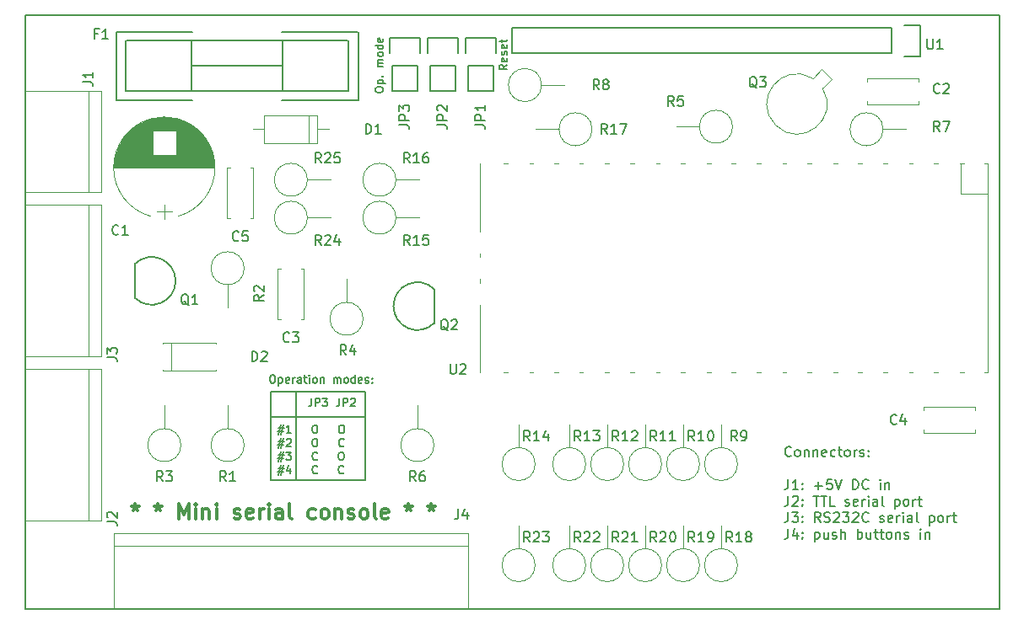
<source format=gbr>
G04 #@! TF.FileFunction,Legend,Top*
%FSLAX46Y46*%
G04 Gerber Fmt 4.6, Leading zero omitted, Abs format (unit mm)*
G04 Created by KiCad (PCBNEW 4.0.5+dfsg1-4+deb9u1) date Tue Oct 18 20:11:00 2022*
%MOMM*%
%LPD*%
G01*
G04 APERTURE LIST*
%ADD10C,0.100000*%
%ADD11C,0.150000*%
%ADD12C,0.200000*%
%ADD13C,0.300000*%
%ADD14C,0.120000*%
G04 APERTURE END LIST*
D10*
D11*
X120777618Y-104971905D02*
X120929999Y-104971905D01*
X121006190Y-105010000D01*
X121082380Y-105086190D01*
X121120475Y-105238571D01*
X121120475Y-105505238D01*
X121082380Y-105657619D01*
X121006190Y-105733810D01*
X120929999Y-105771905D01*
X120777618Y-105771905D01*
X120701428Y-105733810D01*
X120625237Y-105657619D01*
X120587142Y-105505238D01*
X120587142Y-105238571D01*
X120625237Y-105086190D01*
X120701428Y-105010000D01*
X120777618Y-104971905D01*
X121463332Y-105238571D02*
X121463332Y-106038571D01*
X121463332Y-105276667D02*
X121539523Y-105238571D01*
X121691904Y-105238571D01*
X121768094Y-105276667D01*
X121806189Y-105314762D01*
X121844285Y-105390952D01*
X121844285Y-105619524D01*
X121806189Y-105695714D01*
X121768094Y-105733810D01*
X121691904Y-105771905D01*
X121539523Y-105771905D01*
X121463332Y-105733810D01*
X122491904Y-105733810D02*
X122415714Y-105771905D01*
X122263333Y-105771905D01*
X122187142Y-105733810D01*
X122149047Y-105657619D01*
X122149047Y-105352857D01*
X122187142Y-105276667D01*
X122263333Y-105238571D01*
X122415714Y-105238571D01*
X122491904Y-105276667D01*
X122529999Y-105352857D01*
X122529999Y-105429048D01*
X122149047Y-105505238D01*
X122872856Y-105771905D02*
X122872856Y-105238571D01*
X122872856Y-105390952D02*
X122910951Y-105314762D01*
X122949047Y-105276667D01*
X123025237Y-105238571D01*
X123101428Y-105238571D01*
X123710951Y-105771905D02*
X123710951Y-105352857D01*
X123672856Y-105276667D01*
X123596666Y-105238571D01*
X123444285Y-105238571D01*
X123368094Y-105276667D01*
X123710951Y-105733810D02*
X123634761Y-105771905D01*
X123444285Y-105771905D01*
X123368094Y-105733810D01*
X123329999Y-105657619D01*
X123329999Y-105581429D01*
X123368094Y-105505238D01*
X123444285Y-105467143D01*
X123634761Y-105467143D01*
X123710951Y-105429048D01*
X123977618Y-105238571D02*
X124282380Y-105238571D01*
X124091904Y-104971905D02*
X124091904Y-105657619D01*
X124129999Y-105733810D01*
X124206190Y-105771905D01*
X124282380Y-105771905D01*
X124549047Y-105771905D02*
X124549047Y-105238571D01*
X124549047Y-104971905D02*
X124510952Y-105010000D01*
X124549047Y-105048095D01*
X124587142Y-105010000D01*
X124549047Y-104971905D01*
X124549047Y-105048095D01*
X125044285Y-105771905D02*
X124968094Y-105733810D01*
X124929999Y-105695714D01*
X124891904Y-105619524D01*
X124891904Y-105390952D01*
X124929999Y-105314762D01*
X124968094Y-105276667D01*
X125044285Y-105238571D01*
X125158571Y-105238571D01*
X125234761Y-105276667D01*
X125272856Y-105314762D01*
X125310952Y-105390952D01*
X125310952Y-105619524D01*
X125272856Y-105695714D01*
X125234761Y-105733810D01*
X125158571Y-105771905D01*
X125044285Y-105771905D01*
X125653809Y-105238571D02*
X125653809Y-105771905D01*
X125653809Y-105314762D02*
X125691904Y-105276667D01*
X125768095Y-105238571D01*
X125882381Y-105238571D01*
X125958571Y-105276667D01*
X125996666Y-105352857D01*
X125996666Y-105771905D01*
X126987143Y-105771905D02*
X126987143Y-105238571D01*
X126987143Y-105314762D02*
X127025238Y-105276667D01*
X127101429Y-105238571D01*
X127215715Y-105238571D01*
X127291905Y-105276667D01*
X127330000Y-105352857D01*
X127330000Y-105771905D01*
X127330000Y-105352857D02*
X127368096Y-105276667D01*
X127444286Y-105238571D01*
X127558572Y-105238571D01*
X127634762Y-105276667D01*
X127672857Y-105352857D01*
X127672857Y-105771905D01*
X128168096Y-105771905D02*
X128091905Y-105733810D01*
X128053810Y-105695714D01*
X128015715Y-105619524D01*
X128015715Y-105390952D01*
X128053810Y-105314762D01*
X128091905Y-105276667D01*
X128168096Y-105238571D01*
X128282382Y-105238571D01*
X128358572Y-105276667D01*
X128396667Y-105314762D01*
X128434763Y-105390952D01*
X128434763Y-105619524D01*
X128396667Y-105695714D01*
X128358572Y-105733810D01*
X128282382Y-105771905D01*
X128168096Y-105771905D01*
X129120477Y-105771905D02*
X129120477Y-104971905D01*
X129120477Y-105733810D02*
X129044287Y-105771905D01*
X128891906Y-105771905D01*
X128815715Y-105733810D01*
X128777620Y-105695714D01*
X128739525Y-105619524D01*
X128739525Y-105390952D01*
X128777620Y-105314762D01*
X128815715Y-105276667D01*
X128891906Y-105238571D01*
X129044287Y-105238571D01*
X129120477Y-105276667D01*
X129806192Y-105733810D02*
X129730002Y-105771905D01*
X129577621Y-105771905D01*
X129501430Y-105733810D01*
X129463335Y-105657619D01*
X129463335Y-105352857D01*
X129501430Y-105276667D01*
X129577621Y-105238571D01*
X129730002Y-105238571D01*
X129806192Y-105276667D01*
X129844287Y-105352857D01*
X129844287Y-105429048D01*
X129463335Y-105505238D01*
X130149049Y-105733810D02*
X130225239Y-105771905D01*
X130377620Y-105771905D01*
X130453811Y-105733810D01*
X130491906Y-105657619D01*
X130491906Y-105619524D01*
X130453811Y-105543333D01*
X130377620Y-105505238D01*
X130263335Y-105505238D01*
X130187144Y-105467143D01*
X130149049Y-105390952D01*
X130149049Y-105352857D01*
X130187144Y-105276667D01*
X130263335Y-105238571D01*
X130377620Y-105238571D01*
X130453811Y-105276667D01*
X130834763Y-105695714D02*
X130872858Y-105733810D01*
X130834763Y-105771905D01*
X130796668Y-105733810D01*
X130834763Y-105695714D01*
X130834763Y-105771905D01*
X130834763Y-105276667D02*
X130872858Y-105314762D01*
X130834763Y-105352857D01*
X130796668Y-105314762D01*
X130834763Y-105276667D01*
X130834763Y-105352857D01*
D12*
X123190000Y-106680000D02*
X123190000Y-115570000D01*
X120650000Y-109220000D02*
X130175000Y-109220000D01*
X120650000Y-106680000D02*
X120650000Y-115570000D01*
X130175000Y-106680000D02*
X120650000Y-106680000D01*
X130175000Y-115570000D02*
X130175000Y-106680000D01*
X120650000Y-115570000D02*
X130175000Y-115570000D01*
D11*
X124751668Y-107311905D02*
X124751668Y-107883333D01*
X124713572Y-107997619D01*
X124637382Y-108073810D01*
X124523096Y-108111905D01*
X124446906Y-108111905D01*
X125132620Y-108111905D02*
X125132620Y-107311905D01*
X125437382Y-107311905D01*
X125513573Y-107350000D01*
X125551668Y-107388095D01*
X125589763Y-107464286D01*
X125589763Y-107578571D01*
X125551668Y-107654762D01*
X125513573Y-107692857D01*
X125437382Y-107730952D01*
X125132620Y-107730952D01*
X125856430Y-107311905D02*
X126351668Y-107311905D01*
X126085001Y-107616667D01*
X126199287Y-107616667D01*
X126275477Y-107654762D01*
X126313573Y-107692857D01*
X126351668Y-107769048D01*
X126351668Y-107959524D01*
X126313573Y-108035714D01*
X126275477Y-108073810D01*
X126199287Y-108111905D01*
X125970715Y-108111905D01*
X125894525Y-108073810D01*
X125856430Y-108035714D01*
X127532621Y-107311905D02*
X127532621Y-107883333D01*
X127494525Y-107997619D01*
X127418335Y-108073810D01*
X127304049Y-108111905D01*
X127227859Y-108111905D01*
X127913573Y-108111905D02*
X127913573Y-107311905D01*
X128218335Y-107311905D01*
X128294526Y-107350000D01*
X128332621Y-107388095D01*
X128370716Y-107464286D01*
X128370716Y-107578571D01*
X128332621Y-107654762D01*
X128294526Y-107692857D01*
X128218335Y-107730952D01*
X127913573Y-107730952D01*
X128675478Y-107388095D02*
X128713573Y-107350000D01*
X128789764Y-107311905D01*
X128980240Y-107311905D01*
X129056430Y-107350000D01*
X129094526Y-107388095D01*
X129132621Y-107464286D01*
X129132621Y-107540476D01*
X129094526Y-107654762D01*
X128637383Y-108111905D01*
X129132621Y-108111905D01*
X121437381Y-110278571D02*
X122008810Y-110278571D01*
X121665952Y-109935714D02*
X121437381Y-110964286D01*
X121932619Y-110621429D02*
X121361190Y-110621429D01*
X121704048Y-110964286D02*
X121932619Y-109935714D01*
X122694524Y-110811905D02*
X122237381Y-110811905D01*
X122465952Y-110811905D02*
X122465952Y-110011905D01*
X122389762Y-110126190D01*
X122313571Y-110202381D01*
X122237381Y-110240476D01*
X125018334Y-110011905D02*
X125170715Y-110011905D01*
X125246906Y-110050000D01*
X125323096Y-110126190D01*
X125361191Y-110278571D01*
X125361191Y-110545238D01*
X125323096Y-110697619D01*
X125246906Y-110773810D01*
X125170715Y-110811905D01*
X125018334Y-110811905D01*
X124942144Y-110773810D01*
X124865953Y-110697619D01*
X124827858Y-110545238D01*
X124827858Y-110278571D01*
X124865953Y-110126190D01*
X124942144Y-110050000D01*
X125018334Y-110011905D01*
X127685001Y-110011905D02*
X127837382Y-110011905D01*
X127913573Y-110050000D01*
X127989763Y-110126190D01*
X128027858Y-110278571D01*
X128027858Y-110545238D01*
X127989763Y-110697619D01*
X127913573Y-110773810D01*
X127837382Y-110811905D01*
X127685001Y-110811905D01*
X127608811Y-110773810D01*
X127532620Y-110697619D01*
X127494525Y-110545238D01*
X127494525Y-110278571D01*
X127532620Y-110126190D01*
X127608811Y-110050000D01*
X127685001Y-110011905D01*
X121437381Y-111628571D02*
X122008810Y-111628571D01*
X121665952Y-111285714D02*
X121437381Y-112314286D01*
X121932619Y-111971429D02*
X121361190Y-111971429D01*
X121704048Y-112314286D02*
X121932619Y-111285714D01*
X122237381Y-111438095D02*
X122275476Y-111400000D01*
X122351667Y-111361905D01*
X122542143Y-111361905D01*
X122618333Y-111400000D01*
X122656429Y-111438095D01*
X122694524Y-111514286D01*
X122694524Y-111590476D01*
X122656429Y-111704762D01*
X122199286Y-112161905D01*
X122694524Y-112161905D01*
X125018334Y-111361905D02*
X125170715Y-111361905D01*
X125246906Y-111400000D01*
X125323096Y-111476190D01*
X125361191Y-111628571D01*
X125361191Y-111895238D01*
X125323096Y-112047619D01*
X125246906Y-112123810D01*
X125170715Y-112161905D01*
X125018334Y-112161905D01*
X124942144Y-112123810D01*
X124865953Y-112047619D01*
X124827858Y-111895238D01*
X124827858Y-111628571D01*
X124865953Y-111476190D01*
X124942144Y-111400000D01*
X125018334Y-111361905D01*
X127989763Y-112085714D02*
X127951668Y-112123810D01*
X127837382Y-112161905D01*
X127761192Y-112161905D01*
X127646906Y-112123810D01*
X127570715Y-112047619D01*
X127532620Y-111971429D01*
X127494525Y-111819048D01*
X127494525Y-111704762D01*
X127532620Y-111552381D01*
X127570715Y-111476190D01*
X127646906Y-111400000D01*
X127761192Y-111361905D01*
X127837382Y-111361905D01*
X127951668Y-111400000D01*
X127989763Y-111438095D01*
X121437381Y-112978571D02*
X122008810Y-112978571D01*
X121665952Y-112635714D02*
X121437381Y-113664286D01*
X121932619Y-113321429D02*
X121361190Y-113321429D01*
X121704048Y-113664286D02*
X121932619Y-112635714D01*
X122199286Y-112711905D02*
X122694524Y-112711905D01*
X122427857Y-113016667D01*
X122542143Y-113016667D01*
X122618333Y-113054762D01*
X122656429Y-113092857D01*
X122694524Y-113169048D01*
X122694524Y-113359524D01*
X122656429Y-113435714D01*
X122618333Y-113473810D01*
X122542143Y-113511905D01*
X122313571Y-113511905D01*
X122237381Y-113473810D01*
X122199286Y-113435714D01*
X125323096Y-113435714D02*
X125285001Y-113473810D01*
X125170715Y-113511905D01*
X125094525Y-113511905D01*
X124980239Y-113473810D01*
X124904048Y-113397619D01*
X124865953Y-113321429D01*
X124827858Y-113169048D01*
X124827858Y-113054762D01*
X124865953Y-112902381D01*
X124904048Y-112826190D01*
X124980239Y-112750000D01*
X125094525Y-112711905D01*
X125170715Y-112711905D01*
X125285001Y-112750000D01*
X125323096Y-112788095D01*
X127646906Y-112711905D02*
X127799287Y-112711905D01*
X127875478Y-112750000D01*
X127951668Y-112826190D01*
X127989763Y-112978571D01*
X127989763Y-113245238D01*
X127951668Y-113397619D01*
X127875478Y-113473810D01*
X127799287Y-113511905D01*
X127646906Y-113511905D01*
X127570716Y-113473810D01*
X127494525Y-113397619D01*
X127456430Y-113245238D01*
X127456430Y-112978571D01*
X127494525Y-112826190D01*
X127570716Y-112750000D01*
X127646906Y-112711905D01*
X121437381Y-114328571D02*
X122008810Y-114328571D01*
X121665952Y-113985714D02*
X121437381Y-115014286D01*
X121932619Y-114671429D02*
X121361190Y-114671429D01*
X121704048Y-115014286D02*
X121932619Y-113985714D01*
X122618333Y-114328571D02*
X122618333Y-114861905D01*
X122427857Y-114023810D02*
X122237381Y-114595238D01*
X122732619Y-114595238D01*
X125323096Y-114785714D02*
X125285001Y-114823810D01*
X125170715Y-114861905D01*
X125094525Y-114861905D01*
X124980239Y-114823810D01*
X124904048Y-114747619D01*
X124865953Y-114671429D01*
X124827858Y-114519048D01*
X124827858Y-114404762D01*
X124865953Y-114252381D01*
X124904048Y-114176190D01*
X124980239Y-114100000D01*
X125094525Y-114061905D01*
X125170715Y-114061905D01*
X125285001Y-114100000D01*
X125323096Y-114138095D01*
X127951668Y-114785714D02*
X127913573Y-114823810D01*
X127799287Y-114861905D01*
X127723097Y-114861905D01*
X127608811Y-114823810D01*
X127532620Y-114747619D01*
X127494525Y-114671429D01*
X127456430Y-114519048D01*
X127456430Y-114404762D01*
X127494525Y-114252381D01*
X127532620Y-114176190D01*
X127608811Y-114100000D01*
X127723097Y-114061905D01*
X127799287Y-114061905D01*
X127913573Y-114100000D01*
X127951668Y-114138095D01*
X131133905Y-76365143D02*
X131133905Y-76212762D01*
X131172000Y-76136571D01*
X131248190Y-76060381D01*
X131400571Y-76022286D01*
X131667238Y-76022286D01*
X131819619Y-76060381D01*
X131895810Y-76136571D01*
X131933905Y-76212762D01*
X131933905Y-76365143D01*
X131895810Y-76441333D01*
X131819619Y-76517524D01*
X131667238Y-76555619D01*
X131400571Y-76555619D01*
X131248190Y-76517524D01*
X131172000Y-76441333D01*
X131133905Y-76365143D01*
X131400571Y-75679429D02*
X132200571Y-75679429D01*
X131438667Y-75679429D02*
X131400571Y-75603238D01*
X131400571Y-75450857D01*
X131438667Y-75374667D01*
X131476762Y-75336572D01*
X131552952Y-75298476D01*
X131781524Y-75298476D01*
X131857714Y-75336572D01*
X131895810Y-75374667D01*
X131933905Y-75450857D01*
X131933905Y-75603238D01*
X131895810Y-75679429D01*
X131857714Y-74955619D02*
X131895810Y-74917524D01*
X131933905Y-74955619D01*
X131895810Y-74993714D01*
X131857714Y-74955619D01*
X131933905Y-74955619D01*
X131933905Y-73965143D02*
X131400571Y-73965143D01*
X131476762Y-73965143D02*
X131438667Y-73927048D01*
X131400571Y-73850857D01*
X131400571Y-73736571D01*
X131438667Y-73660381D01*
X131514857Y-73622286D01*
X131933905Y-73622286D01*
X131514857Y-73622286D02*
X131438667Y-73584190D01*
X131400571Y-73508000D01*
X131400571Y-73393714D01*
X131438667Y-73317524D01*
X131514857Y-73279429D01*
X131933905Y-73279429D01*
X131933905Y-72784190D02*
X131895810Y-72860381D01*
X131857714Y-72898476D01*
X131781524Y-72936571D01*
X131552952Y-72936571D01*
X131476762Y-72898476D01*
X131438667Y-72860381D01*
X131400571Y-72784190D01*
X131400571Y-72669904D01*
X131438667Y-72593714D01*
X131476762Y-72555619D01*
X131552952Y-72517523D01*
X131781524Y-72517523D01*
X131857714Y-72555619D01*
X131895810Y-72593714D01*
X131933905Y-72669904D01*
X131933905Y-72784190D01*
X131933905Y-71831809D02*
X131133905Y-71831809D01*
X131895810Y-71831809D02*
X131933905Y-71907999D01*
X131933905Y-72060380D01*
X131895810Y-72136571D01*
X131857714Y-72174666D01*
X131781524Y-72212761D01*
X131552952Y-72212761D01*
X131476762Y-72174666D01*
X131438667Y-72136571D01*
X131400571Y-72060380D01*
X131400571Y-71907999D01*
X131438667Y-71831809D01*
X131895810Y-71146094D02*
X131933905Y-71222284D01*
X131933905Y-71374665D01*
X131895810Y-71450856D01*
X131819619Y-71488951D01*
X131514857Y-71488951D01*
X131438667Y-71450856D01*
X131400571Y-71374665D01*
X131400571Y-71222284D01*
X131438667Y-71146094D01*
X131514857Y-71107999D01*
X131591048Y-71107999D01*
X131667238Y-71488951D01*
X144379905Y-73774381D02*
X143998952Y-74041048D01*
X144379905Y-74231524D02*
X143579905Y-74231524D01*
X143579905Y-73926762D01*
X143618000Y-73850571D01*
X143656095Y-73812476D01*
X143732286Y-73774381D01*
X143846571Y-73774381D01*
X143922762Y-73812476D01*
X143960857Y-73850571D01*
X143998952Y-73926762D01*
X143998952Y-74231524D01*
X144341810Y-73126762D02*
X144379905Y-73202952D01*
X144379905Y-73355333D01*
X144341810Y-73431524D01*
X144265619Y-73469619D01*
X143960857Y-73469619D01*
X143884667Y-73431524D01*
X143846571Y-73355333D01*
X143846571Y-73202952D01*
X143884667Y-73126762D01*
X143960857Y-73088667D01*
X144037048Y-73088667D01*
X144113238Y-73469619D01*
X144341810Y-72783905D02*
X144379905Y-72707715D01*
X144379905Y-72555334D01*
X144341810Y-72479143D01*
X144265619Y-72441048D01*
X144227524Y-72441048D01*
X144151333Y-72479143D01*
X144113238Y-72555334D01*
X144113238Y-72669619D01*
X144075143Y-72745810D01*
X143998952Y-72783905D01*
X143960857Y-72783905D01*
X143884667Y-72745810D01*
X143846571Y-72669619D01*
X143846571Y-72555334D01*
X143884667Y-72479143D01*
X144341810Y-71793429D02*
X144379905Y-71869619D01*
X144379905Y-72022000D01*
X144341810Y-72098191D01*
X144265619Y-72136286D01*
X143960857Y-72136286D01*
X143884667Y-72098191D01*
X143846571Y-72022000D01*
X143846571Y-71869619D01*
X143884667Y-71793429D01*
X143960857Y-71755334D01*
X144037048Y-71755334D01*
X144113238Y-72136286D01*
X143846571Y-71526763D02*
X143846571Y-71222001D01*
X143579905Y-71412477D02*
X144265619Y-71412477D01*
X144341810Y-71374382D01*
X144379905Y-71298191D01*
X144379905Y-71222001D01*
D13*
X107062858Y-117923571D02*
X107062858Y-118280714D01*
X106705715Y-118137857D02*
X107062858Y-118280714D01*
X107420000Y-118137857D01*
X106848572Y-118566429D02*
X107062858Y-118280714D01*
X107277143Y-118566429D01*
X109348572Y-117923571D02*
X109348572Y-118280714D01*
X108991429Y-118137857D02*
X109348572Y-118280714D01*
X109705714Y-118137857D01*
X109134286Y-118566429D02*
X109348572Y-118280714D01*
X109562857Y-118566429D01*
X111420000Y-119423571D02*
X111420000Y-117923571D01*
X111920000Y-118995000D01*
X112420000Y-117923571D01*
X112420000Y-119423571D01*
X113134286Y-119423571D02*
X113134286Y-118423571D01*
X113134286Y-117923571D02*
X113062857Y-117995000D01*
X113134286Y-118066429D01*
X113205714Y-117995000D01*
X113134286Y-117923571D01*
X113134286Y-118066429D01*
X113848572Y-118423571D02*
X113848572Y-119423571D01*
X113848572Y-118566429D02*
X113920000Y-118495000D01*
X114062858Y-118423571D01*
X114277143Y-118423571D01*
X114420000Y-118495000D01*
X114491429Y-118637857D01*
X114491429Y-119423571D01*
X115205715Y-119423571D02*
X115205715Y-118423571D01*
X115205715Y-117923571D02*
X115134286Y-117995000D01*
X115205715Y-118066429D01*
X115277143Y-117995000D01*
X115205715Y-117923571D01*
X115205715Y-118066429D01*
X116991429Y-119352143D02*
X117134286Y-119423571D01*
X117420001Y-119423571D01*
X117562858Y-119352143D01*
X117634286Y-119209286D01*
X117634286Y-119137857D01*
X117562858Y-118995000D01*
X117420001Y-118923571D01*
X117205715Y-118923571D01*
X117062858Y-118852143D01*
X116991429Y-118709286D01*
X116991429Y-118637857D01*
X117062858Y-118495000D01*
X117205715Y-118423571D01*
X117420001Y-118423571D01*
X117562858Y-118495000D01*
X118848572Y-119352143D02*
X118705715Y-119423571D01*
X118420001Y-119423571D01*
X118277144Y-119352143D01*
X118205715Y-119209286D01*
X118205715Y-118637857D01*
X118277144Y-118495000D01*
X118420001Y-118423571D01*
X118705715Y-118423571D01*
X118848572Y-118495000D01*
X118920001Y-118637857D01*
X118920001Y-118780714D01*
X118205715Y-118923571D01*
X119562858Y-119423571D02*
X119562858Y-118423571D01*
X119562858Y-118709286D02*
X119634286Y-118566429D01*
X119705715Y-118495000D01*
X119848572Y-118423571D01*
X119991429Y-118423571D01*
X120491429Y-119423571D02*
X120491429Y-118423571D01*
X120491429Y-117923571D02*
X120420000Y-117995000D01*
X120491429Y-118066429D01*
X120562857Y-117995000D01*
X120491429Y-117923571D01*
X120491429Y-118066429D01*
X121848572Y-119423571D02*
X121848572Y-118637857D01*
X121777143Y-118495000D01*
X121634286Y-118423571D01*
X121348572Y-118423571D01*
X121205715Y-118495000D01*
X121848572Y-119352143D02*
X121705715Y-119423571D01*
X121348572Y-119423571D01*
X121205715Y-119352143D01*
X121134286Y-119209286D01*
X121134286Y-119066429D01*
X121205715Y-118923571D01*
X121348572Y-118852143D01*
X121705715Y-118852143D01*
X121848572Y-118780714D01*
X122777144Y-119423571D02*
X122634286Y-119352143D01*
X122562858Y-119209286D01*
X122562858Y-117923571D01*
X125134286Y-119352143D02*
X124991429Y-119423571D01*
X124705715Y-119423571D01*
X124562857Y-119352143D01*
X124491429Y-119280714D01*
X124420000Y-119137857D01*
X124420000Y-118709286D01*
X124491429Y-118566429D01*
X124562857Y-118495000D01*
X124705715Y-118423571D01*
X124991429Y-118423571D01*
X125134286Y-118495000D01*
X125991429Y-119423571D02*
X125848571Y-119352143D01*
X125777143Y-119280714D01*
X125705714Y-119137857D01*
X125705714Y-118709286D01*
X125777143Y-118566429D01*
X125848571Y-118495000D01*
X125991429Y-118423571D01*
X126205714Y-118423571D01*
X126348571Y-118495000D01*
X126420000Y-118566429D01*
X126491429Y-118709286D01*
X126491429Y-119137857D01*
X126420000Y-119280714D01*
X126348571Y-119352143D01*
X126205714Y-119423571D01*
X125991429Y-119423571D01*
X127134286Y-118423571D02*
X127134286Y-119423571D01*
X127134286Y-118566429D02*
X127205714Y-118495000D01*
X127348572Y-118423571D01*
X127562857Y-118423571D01*
X127705714Y-118495000D01*
X127777143Y-118637857D01*
X127777143Y-119423571D01*
X128420000Y-119352143D02*
X128562857Y-119423571D01*
X128848572Y-119423571D01*
X128991429Y-119352143D01*
X129062857Y-119209286D01*
X129062857Y-119137857D01*
X128991429Y-118995000D01*
X128848572Y-118923571D01*
X128634286Y-118923571D01*
X128491429Y-118852143D01*
X128420000Y-118709286D01*
X128420000Y-118637857D01*
X128491429Y-118495000D01*
X128634286Y-118423571D01*
X128848572Y-118423571D01*
X128991429Y-118495000D01*
X129920001Y-119423571D02*
X129777143Y-119352143D01*
X129705715Y-119280714D01*
X129634286Y-119137857D01*
X129634286Y-118709286D01*
X129705715Y-118566429D01*
X129777143Y-118495000D01*
X129920001Y-118423571D01*
X130134286Y-118423571D01*
X130277143Y-118495000D01*
X130348572Y-118566429D01*
X130420001Y-118709286D01*
X130420001Y-119137857D01*
X130348572Y-119280714D01*
X130277143Y-119352143D01*
X130134286Y-119423571D01*
X129920001Y-119423571D01*
X131277144Y-119423571D02*
X131134286Y-119352143D01*
X131062858Y-119209286D01*
X131062858Y-117923571D01*
X132420000Y-119352143D02*
X132277143Y-119423571D01*
X131991429Y-119423571D01*
X131848572Y-119352143D01*
X131777143Y-119209286D01*
X131777143Y-118637857D01*
X131848572Y-118495000D01*
X131991429Y-118423571D01*
X132277143Y-118423571D01*
X132420000Y-118495000D01*
X132491429Y-118637857D01*
X132491429Y-118780714D01*
X131777143Y-118923571D01*
X134491429Y-117923571D02*
X134491429Y-118280714D01*
X134134286Y-118137857D02*
X134491429Y-118280714D01*
X134848571Y-118137857D01*
X134277143Y-118566429D02*
X134491429Y-118280714D01*
X134705714Y-118566429D01*
X136777143Y-117923571D02*
X136777143Y-118280714D01*
X136420000Y-118137857D02*
X136777143Y-118280714D01*
X137134285Y-118137857D01*
X136562857Y-118566429D02*
X136777143Y-118280714D01*
X136991428Y-118566429D01*
D11*
X172894524Y-113072143D02*
X172846905Y-113119762D01*
X172704048Y-113167381D01*
X172608810Y-113167381D01*
X172465952Y-113119762D01*
X172370714Y-113024524D01*
X172323095Y-112929286D01*
X172275476Y-112738810D01*
X172275476Y-112595952D01*
X172323095Y-112405476D01*
X172370714Y-112310238D01*
X172465952Y-112215000D01*
X172608810Y-112167381D01*
X172704048Y-112167381D01*
X172846905Y-112215000D01*
X172894524Y-112262619D01*
X173465952Y-113167381D02*
X173370714Y-113119762D01*
X173323095Y-113072143D01*
X173275476Y-112976905D01*
X173275476Y-112691190D01*
X173323095Y-112595952D01*
X173370714Y-112548333D01*
X173465952Y-112500714D01*
X173608810Y-112500714D01*
X173704048Y-112548333D01*
X173751667Y-112595952D01*
X173799286Y-112691190D01*
X173799286Y-112976905D01*
X173751667Y-113072143D01*
X173704048Y-113119762D01*
X173608810Y-113167381D01*
X173465952Y-113167381D01*
X174227857Y-112500714D02*
X174227857Y-113167381D01*
X174227857Y-112595952D02*
X174275476Y-112548333D01*
X174370714Y-112500714D01*
X174513572Y-112500714D01*
X174608810Y-112548333D01*
X174656429Y-112643571D01*
X174656429Y-113167381D01*
X175132619Y-112500714D02*
X175132619Y-113167381D01*
X175132619Y-112595952D02*
X175180238Y-112548333D01*
X175275476Y-112500714D01*
X175418334Y-112500714D01*
X175513572Y-112548333D01*
X175561191Y-112643571D01*
X175561191Y-113167381D01*
X176418334Y-113119762D02*
X176323096Y-113167381D01*
X176132619Y-113167381D01*
X176037381Y-113119762D01*
X175989762Y-113024524D01*
X175989762Y-112643571D01*
X176037381Y-112548333D01*
X176132619Y-112500714D01*
X176323096Y-112500714D01*
X176418334Y-112548333D01*
X176465953Y-112643571D01*
X176465953Y-112738810D01*
X175989762Y-112834048D01*
X177323096Y-113119762D02*
X177227858Y-113167381D01*
X177037381Y-113167381D01*
X176942143Y-113119762D01*
X176894524Y-113072143D01*
X176846905Y-112976905D01*
X176846905Y-112691190D01*
X176894524Y-112595952D01*
X176942143Y-112548333D01*
X177037381Y-112500714D01*
X177227858Y-112500714D01*
X177323096Y-112548333D01*
X177608810Y-112500714D02*
X177989762Y-112500714D01*
X177751667Y-112167381D02*
X177751667Y-113024524D01*
X177799286Y-113119762D01*
X177894524Y-113167381D01*
X177989762Y-113167381D01*
X178465953Y-113167381D02*
X178370715Y-113119762D01*
X178323096Y-113072143D01*
X178275477Y-112976905D01*
X178275477Y-112691190D01*
X178323096Y-112595952D01*
X178370715Y-112548333D01*
X178465953Y-112500714D01*
X178608811Y-112500714D01*
X178704049Y-112548333D01*
X178751668Y-112595952D01*
X178799287Y-112691190D01*
X178799287Y-112976905D01*
X178751668Y-113072143D01*
X178704049Y-113119762D01*
X178608811Y-113167381D01*
X178465953Y-113167381D01*
X179227858Y-113167381D02*
X179227858Y-112500714D01*
X179227858Y-112691190D02*
X179275477Y-112595952D01*
X179323096Y-112548333D01*
X179418334Y-112500714D01*
X179513573Y-112500714D01*
X179799287Y-113119762D02*
X179894525Y-113167381D01*
X180085001Y-113167381D01*
X180180240Y-113119762D01*
X180227859Y-113024524D01*
X180227859Y-112976905D01*
X180180240Y-112881667D01*
X180085001Y-112834048D01*
X179942144Y-112834048D01*
X179846906Y-112786429D01*
X179799287Y-112691190D01*
X179799287Y-112643571D01*
X179846906Y-112548333D01*
X179942144Y-112500714D01*
X180085001Y-112500714D01*
X180180240Y-112548333D01*
X180656430Y-113072143D02*
X180704049Y-113119762D01*
X180656430Y-113167381D01*
X180608811Y-113119762D01*
X180656430Y-113072143D01*
X180656430Y-113167381D01*
X180656430Y-112548333D02*
X180704049Y-112595952D01*
X180656430Y-112643571D01*
X180608811Y-112595952D01*
X180656430Y-112548333D01*
X180656430Y-112643571D01*
X172608810Y-115467381D02*
X172608810Y-116181667D01*
X172561190Y-116324524D01*
X172465952Y-116419762D01*
X172323095Y-116467381D01*
X172227857Y-116467381D01*
X173608810Y-116467381D02*
X173037381Y-116467381D01*
X173323095Y-116467381D02*
X173323095Y-115467381D01*
X173227857Y-115610238D01*
X173132619Y-115705476D01*
X173037381Y-115753095D01*
X174037381Y-116372143D02*
X174085000Y-116419762D01*
X174037381Y-116467381D01*
X173989762Y-116419762D01*
X174037381Y-116372143D01*
X174037381Y-116467381D01*
X174037381Y-115848333D02*
X174085000Y-115895952D01*
X174037381Y-115943571D01*
X173989762Y-115895952D01*
X174037381Y-115848333D01*
X174037381Y-115943571D01*
X175275476Y-116086429D02*
X176037381Y-116086429D01*
X175656429Y-116467381D02*
X175656429Y-115705476D01*
X176989762Y-115467381D02*
X176513571Y-115467381D01*
X176465952Y-115943571D01*
X176513571Y-115895952D01*
X176608809Y-115848333D01*
X176846905Y-115848333D01*
X176942143Y-115895952D01*
X176989762Y-115943571D01*
X177037381Y-116038810D01*
X177037381Y-116276905D01*
X176989762Y-116372143D01*
X176942143Y-116419762D01*
X176846905Y-116467381D01*
X176608809Y-116467381D01*
X176513571Y-116419762D01*
X176465952Y-116372143D01*
X177323095Y-115467381D02*
X177656428Y-116467381D01*
X177989762Y-115467381D01*
X179085000Y-116467381D02*
X179085000Y-115467381D01*
X179323095Y-115467381D01*
X179465953Y-115515000D01*
X179561191Y-115610238D01*
X179608810Y-115705476D01*
X179656429Y-115895952D01*
X179656429Y-116038810D01*
X179608810Y-116229286D01*
X179561191Y-116324524D01*
X179465953Y-116419762D01*
X179323095Y-116467381D01*
X179085000Y-116467381D01*
X180656429Y-116372143D02*
X180608810Y-116419762D01*
X180465953Y-116467381D01*
X180370715Y-116467381D01*
X180227857Y-116419762D01*
X180132619Y-116324524D01*
X180085000Y-116229286D01*
X180037381Y-116038810D01*
X180037381Y-115895952D01*
X180085000Y-115705476D01*
X180132619Y-115610238D01*
X180227857Y-115515000D01*
X180370715Y-115467381D01*
X180465953Y-115467381D01*
X180608810Y-115515000D01*
X180656429Y-115562619D01*
X181846905Y-116467381D02*
X181846905Y-115800714D01*
X181846905Y-115467381D02*
X181799286Y-115515000D01*
X181846905Y-115562619D01*
X181894524Y-115515000D01*
X181846905Y-115467381D01*
X181846905Y-115562619D01*
X182323095Y-115800714D02*
X182323095Y-116467381D01*
X182323095Y-115895952D02*
X182370714Y-115848333D01*
X182465952Y-115800714D01*
X182608810Y-115800714D01*
X182704048Y-115848333D01*
X182751667Y-115943571D01*
X182751667Y-116467381D01*
X172608810Y-117117381D02*
X172608810Y-117831667D01*
X172561190Y-117974524D01*
X172465952Y-118069762D01*
X172323095Y-118117381D01*
X172227857Y-118117381D01*
X173037381Y-117212619D02*
X173085000Y-117165000D01*
X173180238Y-117117381D01*
X173418334Y-117117381D01*
X173513572Y-117165000D01*
X173561191Y-117212619D01*
X173608810Y-117307857D01*
X173608810Y-117403095D01*
X173561191Y-117545952D01*
X172989762Y-118117381D01*
X173608810Y-118117381D01*
X174037381Y-118022143D02*
X174085000Y-118069762D01*
X174037381Y-118117381D01*
X173989762Y-118069762D01*
X174037381Y-118022143D01*
X174037381Y-118117381D01*
X174037381Y-117498333D02*
X174085000Y-117545952D01*
X174037381Y-117593571D01*
X173989762Y-117545952D01*
X174037381Y-117498333D01*
X174037381Y-117593571D01*
X175132619Y-117117381D02*
X175704048Y-117117381D01*
X175418333Y-118117381D02*
X175418333Y-117117381D01*
X175894524Y-117117381D02*
X176465953Y-117117381D01*
X176180238Y-118117381D02*
X176180238Y-117117381D01*
X177275477Y-118117381D02*
X176799286Y-118117381D01*
X176799286Y-117117381D01*
X178323096Y-118069762D02*
X178418334Y-118117381D01*
X178608810Y-118117381D01*
X178704049Y-118069762D01*
X178751668Y-117974524D01*
X178751668Y-117926905D01*
X178704049Y-117831667D01*
X178608810Y-117784048D01*
X178465953Y-117784048D01*
X178370715Y-117736429D01*
X178323096Y-117641190D01*
X178323096Y-117593571D01*
X178370715Y-117498333D01*
X178465953Y-117450714D01*
X178608810Y-117450714D01*
X178704049Y-117498333D01*
X179561192Y-118069762D02*
X179465954Y-118117381D01*
X179275477Y-118117381D01*
X179180239Y-118069762D01*
X179132620Y-117974524D01*
X179132620Y-117593571D01*
X179180239Y-117498333D01*
X179275477Y-117450714D01*
X179465954Y-117450714D01*
X179561192Y-117498333D01*
X179608811Y-117593571D01*
X179608811Y-117688810D01*
X179132620Y-117784048D01*
X180037382Y-118117381D02*
X180037382Y-117450714D01*
X180037382Y-117641190D02*
X180085001Y-117545952D01*
X180132620Y-117498333D01*
X180227858Y-117450714D01*
X180323097Y-117450714D01*
X180656430Y-118117381D02*
X180656430Y-117450714D01*
X180656430Y-117117381D02*
X180608811Y-117165000D01*
X180656430Y-117212619D01*
X180704049Y-117165000D01*
X180656430Y-117117381D01*
X180656430Y-117212619D01*
X181561192Y-118117381D02*
X181561192Y-117593571D01*
X181513573Y-117498333D01*
X181418335Y-117450714D01*
X181227858Y-117450714D01*
X181132620Y-117498333D01*
X181561192Y-118069762D02*
X181465954Y-118117381D01*
X181227858Y-118117381D01*
X181132620Y-118069762D01*
X181085001Y-117974524D01*
X181085001Y-117879286D01*
X181132620Y-117784048D01*
X181227858Y-117736429D01*
X181465954Y-117736429D01*
X181561192Y-117688810D01*
X182180239Y-118117381D02*
X182085001Y-118069762D01*
X182037382Y-117974524D01*
X182037382Y-117117381D01*
X183323097Y-117450714D02*
X183323097Y-118450714D01*
X183323097Y-117498333D02*
X183418335Y-117450714D01*
X183608812Y-117450714D01*
X183704050Y-117498333D01*
X183751669Y-117545952D01*
X183799288Y-117641190D01*
X183799288Y-117926905D01*
X183751669Y-118022143D01*
X183704050Y-118069762D01*
X183608812Y-118117381D01*
X183418335Y-118117381D01*
X183323097Y-118069762D01*
X184370716Y-118117381D02*
X184275478Y-118069762D01*
X184227859Y-118022143D01*
X184180240Y-117926905D01*
X184180240Y-117641190D01*
X184227859Y-117545952D01*
X184275478Y-117498333D01*
X184370716Y-117450714D01*
X184513574Y-117450714D01*
X184608812Y-117498333D01*
X184656431Y-117545952D01*
X184704050Y-117641190D01*
X184704050Y-117926905D01*
X184656431Y-118022143D01*
X184608812Y-118069762D01*
X184513574Y-118117381D01*
X184370716Y-118117381D01*
X185132621Y-118117381D02*
X185132621Y-117450714D01*
X185132621Y-117641190D02*
X185180240Y-117545952D01*
X185227859Y-117498333D01*
X185323097Y-117450714D01*
X185418336Y-117450714D01*
X185608812Y-117450714D02*
X185989764Y-117450714D01*
X185751669Y-117117381D02*
X185751669Y-117974524D01*
X185799288Y-118069762D01*
X185894526Y-118117381D01*
X185989764Y-118117381D01*
X172608810Y-118767381D02*
X172608810Y-119481667D01*
X172561190Y-119624524D01*
X172465952Y-119719762D01*
X172323095Y-119767381D01*
X172227857Y-119767381D01*
X172989762Y-118767381D02*
X173608810Y-118767381D01*
X173275476Y-119148333D01*
X173418334Y-119148333D01*
X173513572Y-119195952D01*
X173561191Y-119243571D01*
X173608810Y-119338810D01*
X173608810Y-119576905D01*
X173561191Y-119672143D01*
X173513572Y-119719762D01*
X173418334Y-119767381D01*
X173132619Y-119767381D01*
X173037381Y-119719762D01*
X172989762Y-119672143D01*
X174037381Y-119672143D02*
X174085000Y-119719762D01*
X174037381Y-119767381D01*
X173989762Y-119719762D01*
X174037381Y-119672143D01*
X174037381Y-119767381D01*
X174037381Y-119148333D02*
X174085000Y-119195952D01*
X174037381Y-119243571D01*
X173989762Y-119195952D01*
X174037381Y-119148333D01*
X174037381Y-119243571D01*
X175846905Y-119767381D02*
X175513571Y-119291190D01*
X175275476Y-119767381D02*
X175275476Y-118767381D01*
X175656429Y-118767381D01*
X175751667Y-118815000D01*
X175799286Y-118862619D01*
X175846905Y-118957857D01*
X175846905Y-119100714D01*
X175799286Y-119195952D01*
X175751667Y-119243571D01*
X175656429Y-119291190D01*
X175275476Y-119291190D01*
X176227857Y-119719762D02*
X176370714Y-119767381D01*
X176608810Y-119767381D01*
X176704048Y-119719762D01*
X176751667Y-119672143D01*
X176799286Y-119576905D01*
X176799286Y-119481667D01*
X176751667Y-119386429D01*
X176704048Y-119338810D01*
X176608810Y-119291190D01*
X176418333Y-119243571D01*
X176323095Y-119195952D01*
X176275476Y-119148333D01*
X176227857Y-119053095D01*
X176227857Y-118957857D01*
X176275476Y-118862619D01*
X176323095Y-118815000D01*
X176418333Y-118767381D01*
X176656429Y-118767381D01*
X176799286Y-118815000D01*
X177180238Y-118862619D02*
X177227857Y-118815000D01*
X177323095Y-118767381D01*
X177561191Y-118767381D01*
X177656429Y-118815000D01*
X177704048Y-118862619D01*
X177751667Y-118957857D01*
X177751667Y-119053095D01*
X177704048Y-119195952D01*
X177132619Y-119767381D01*
X177751667Y-119767381D01*
X178085000Y-118767381D02*
X178704048Y-118767381D01*
X178370714Y-119148333D01*
X178513572Y-119148333D01*
X178608810Y-119195952D01*
X178656429Y-119243571D01*
X178704048Y-119338810D01*
X178704048Y-119576905D01*
X178656429Y-119672143D01*
X178608810Y-119719762D01*
X178513572Y-119767381D01*
X178227857Y-119767381D01*
X178132619Y-119719762D01*
X178085000Y-119672143D01*
X179085000Y-118862619D02*
X179132619Y-118815000D01*
X179227857Y-118767381D01*
X179465953Y-118767381D01*
X179561191Y-118815000D01*
X179608810Y-118862619D01*
X179656429Y-118957857D01*
X179656429Y-119053095D01*
X179608810Y-119195952D01*
X179037381Y-119767381D01*
X179656429Y-119767381D01*
X180656429Y-119672143D02*
X180608810Y-119719762D01*
X180465953Y-119767381D01*
X180370715Y-119767381D01*
X180227857Y-119719762D01*
X180132619Y-119624524D01*
X180085000Y-119529286D01*
X180037381Y-119338810D01*
X180037381Y-119195952D01*
X180085000Y-119005476D01*
X180132619Y-118910238D01*
X180227857Y-118815000D01*
X180370715Y-118767381D01*
X180465953Y-118767381D01*
X180608810Y-118815000D01*
X180656429Y-118862619D01*
X181799286Y-119719762D02*
X181894524Y-119767381D01*
X182085000Y-119767381D01*
X182180239Y-119719762D01*
X182227858Y-119624524D01*
X182227858Y-119576905D01*
X182180239Y-119481667D01*
X182085000Y-119434048D01*
X181942143Y-119434048D01*
X181846905Y-119386429D01*
X181799286Y-119291190D01*
X181799286Y-119243571D01*
X181846905Y-119148333D01*
X181942143Y-119100714D01*
X182085000Y-119100714D01*
X182180239Y-119148333D01*
X183037382Y-119719762D02*
X182942144Y-119767381D01*
X182751667Y-119767381D01*
X182656429Y-119719762D01*
X182608810Y-119624524D01*
X182608810Y-119243571D01*
X182656429Y-119148333D01*
X182751667Y-119100714D01*
X182942144Y-119100714D01*
X183037382Y-119148333D01*
X183085001Y-119243571D01*
X183085001Y-119338810D01*
X182608810Y-119434048D01*
X183513572Y-119767381D02*
X183513572Y-119100714D01*
X183513572Y-119291190D02*
X183561191Y-119195952D01*
X183608810Y-119148333D01*
X183704048Y-119100714D01*
X183799287Y-119100714D01*
X184132620Y-119767381D02*
X184132620Y-119100714D01*
X184132620Y-118767381D02*
X184085001Y-118815000D01*
X184132620Y-118862619D01*
X184180239Y-118815000D01*
X184132620Y-118767381D01*
X184132620Y-118862619D01*
X185037382Y-119767381D02*
X185037382Y-119243571D01*
X184989763Y-119148333D01*
X184894525Y-119100714D01*
X184704048Y-119100714D01*
X184608810Y-119148333D01*
X185037382Y-119719762D02*
X184942144Y-119767381D01*
X184704048Y-119767381D01*
X184608810Y-119719762D01*
X184561191Y-119624524D01*
X184561191Y-119529286D01*
X184608810Y-119434048D01*
X184704048Y-119386429D01*
X184942144Y-119386429D01*
X185037382Y-119338810D01*
X185656429Y-119767381D02*
X185561191Y-119719762D01*
X185513572Y-119624524D01*
X185513572Y-118767381D01*
X186799287Y-119100714D02*
X186799287Y-120100714D01*
X186799287Y-119148333D02*
X186894525Y-119100714D01*
X187085002Y-119100714D01*
X187180240Y-119148333D01*
X187227859Y-119195952D01*
X187275478Y-119291190D01*
X187275478Y-119576905D01*
X187227859Y-119672143D01*
X187180240Y-119719762D01*
X187085002Y-119767381D01*
X186894525Y-119767381D01*
X186799287Y-119719762D01*
X187846906Y-119767381D02*
X187751668Y-119719762D01*
X187704049Y-119672143D01*
X187656430Y-119576905D01*
X187656430Y-119291190D01*
X187704049Y-119195952D01*
X187751668Y-119148333D01*
X187846906Y-119100714D01*
X187989764Y-119100714D01*
X188085002Y-119148333D01*
X188132621Y-119195952D01*
X188180240Y-119291190D01*
X188180240Y-119576905D01*
X188132621Y-119672143D01*
X188085002Y-119719762D01*
X187989764Y-119767381D01*
X187846906Y-119767381D01*
X188608811Y-119767381D02*
X188608811Y-119100714D01*
X188608811Y-119291190D02*
X188656430Y-119195952D01*
X188704049Y-119148333D01*
X188799287Y-119100714D01*
X188894526Y-119100714D01*
X189085002Y-119100714D02*
X189465954Y-119100714D01*
X189227859Y-118767381D02*
X189227859Y-119624524D01*
X189275478Y-119719762D01*
X189370716Y-119767381D01*
X189465954Y-119767381D01*
X172608810Y-120417381D02*
X172608810Y-121131667D01*
X172561190Y-121274524D01*
X172465952Y-121369762D01*
X172323095Y-121417381D01*
X172227857Y-121417381D01*
X173513572Y-120750714D02*
X173513572Y-121417381D01*
X173275476Y-120369762D02*
X173037381Y-121084048D01*
X173656429Y-121084048D01*
X174037381Y-121322143D02*
X174085000Y-121369762D01*
X174037381Y-121417381D01*
X173989762Y-121369762D01*
X174037381Y-121322143D01*
X174037381Y-121417381D01*
X174037381Y-120798333D02*
X174085000Y-120845952D01*
X174037381Y-120893571D01*
X173989762Y-120845952D01*
X174037381Y-120798333D01*
X174037381Y-120893571D01*
X175275476Y-120750714D02*
X175275476Y-121750714D01*
X175275476Y-120798333D02*
X175370714Y-120750714D01*
X175561191Y-120750714D01*
X175656429Y-120798333D01*
X175704048Y-120845952D01*
X175751667Y-120941190D01*
X175751667Y-121226905D01*
X175704048Y-121322143D01*
X175656429Y-121369762D01*
X175561191Y-121417381D01*
X175370714Y-121417381D01*
X175275476Y-121369762D01*
X176608810Y-120750714D02*
X176608810Y-121417381D01*
X176180238Y-120750714D02*
X176180238Y-121274524D01*
X176227857Y-121369762D01*
X176323095Y-121417381D01*
X176465953Y-121417381D01*
X176561191Y-121369762D01*
X176608810Y-121322143D01*
X177037381Y-121369762D02*
X177132619Y-121417381D01*
X177323095Y-121417381D01*
X177418334Y-121369762D01*
X177465953Y-121274524D01*
X177465953Y-121226905D01*
X177418334Y-121131667D01*
X177323095Y-121084048D01*
X177180238Y-121084048D01*
X177085000Y-121036429D01*
X177037381Y-120941190D01*
X177037381Y-120893571D01*
X177085000Y-120798333D01*
X177180238Y-120750714D01*
X177323095Y-120750714D01*
X177418334Y-120798333D01*
X177894524Y-121417381D02*
X177894524Y-120417381D01*
X178323096Y-121417381D02*
X178323096Y-120893571D01*
X178275477Y-120798333D01*
X178180239Y-120750714D01*
X178037381Y-120750714D01*
X177942143Y-120798333D01*
X177894524Y-120845952D01*
X179561191Y-121417381D02*
X179561191Y-120417381D01*
X179561191Y-120798333D02*
X179656429Y-120750714D01*
X179846906Y-120750714D01*
X179942144Y-120798333D01*
X179989763Y-120845952D01*
X180037382Y-120941190D01*
X180037382Y-121226905D01*
X179989763Y-121322143D01*
X179942144Y-121369762D01*
X179846906Y-121417381D01*
X179656429Y-121417381D01*
X179561191Y-121369762D01*
X180894525Y-120750714D02*
X180894525Y-121417381D01*
X180465953Y-120750714D02*
X180465953Y-121274524D01*
X180513572Y-121369762D01*
X180608810Y-121417381D01*
X180751668Y-121417381D01*
X180846906Y-121369762D01*
X180894525Y-121322143D01*
X181227858Y-120750714D02*
X181608810Y-120750714D01*
X181370715Y-120417381D02*
X181370715Y-121274524D01*
X181418334Y-121369762D01*
X181513572Y-121417381D01*
X181608810Y-121417381D01*
X181799287Y-120750714D02*
X182180239Y-120750714D01*
X181942144Y-120417381D02*
X181942144Y-121274524D01*
X181989763Y-121369762D01*
X182085001Y-121417381D01*
X182180239Y-121417381D01*
X182656430Y-121417381D02*
X182561192Y-121369762D01*
X182513573Y-121322143D01*
X182465954Y-121226905D01*
X182465954Y-120941190D01*
X182513573Y-120845952D01*
X182561192Y-120798333D01*
X182656430Y-120750714D01*
X182799288Y-120750714D01*
X182894526Y-120798333D01*
X182942145Y-120845952D01*
X182989764Y-120941190D01*
X182989764Y-121226905D01*
X182942145Y-121322143D01*
X182894526Y-121369762D01*
X182799288Y-121417381D01*
X182656430Y-121417381D01*
X183418335Y-120750714D02*
X183418335Y-121417381D01*
X183418335Y-120845952D02*
X183465954Y-120798333D01*
X183561192Y-120750714D01*
X183704050Y-120750714D01*
X183799288Y-120798333D01*
X183846907Y-120893571D01*
X183846907Y-121417381D01*
X184275478Y-121369762D02*
X184370716Y-121417381D01*
X184561192Y-121417381D01*
X184656431Y-121369762D01*
X184704050Y-121274524D01*
X184704050Y-121226905D01*
X184656431Y-121131667D01*
X184561192Y-121084048D01*
X184418335Y-121084048D01*
X184323097Y-121036429D01*
X184275478Y-120941190D01*
X184275478Y-120893571D01*
X184323097Y-120798333D01*
X184418335Y-120750714D01*
X184561192Y-120750714D01*
X184656431Y-120798333D01*
X185894526Y-121417381D02*
X185894526Y-120750714D01*
X185894526Y-120417381D02*
X185846907Y-120465000D01*
X185894526Y-120512619D01*
X185942145Y-120465000D01*
X185894526Y-120417381D01*
X185894526Y-120512619D01*
X186370716Y-120750714D02*
X186370716Y-121417381D01*
X186370716Y-120845952D02*
X186418335Y-120798333D01*
X186513573Y-120750714D01*
X186656431Y-120750714D01*
X186751669Y-120798333D01*
X186799288Y-120893571D01*
X186799288Y-121417381D01*
X193802000Y-68834000D02*
X193802000Y-128524000D01*
X96012000Y-68834000D02*
X193802000Y-68834000D01*
X96012000Y-128524000D02*
X96012000Y-68834000D01*
X193802000Y-128524000D02*
X96012000Y-128524000D01*
D14*
X141632000Y-95334000D02*
X141632000Y-95734000D01*
X141632000Y-92734000D02*
X141632000Y-93134000D01*
X141632000Y-104734000D02*
X141632000Y-97934000D01*
X152032000Y-104734000D02*
X151632000Y-104734000D01*
X159732000Y-104734000D02*
X159332000Y-104734000D01*
X185132000Y-104734000D02*
X184732000Y-104734000D01*
X192632000Y-104734000D02*
X192332000Y-104734000D01*
X169832000Y-104734000D02*
X169432000Y-104734000D01*
X154632000Y-104734000D02*
X154232000Y-104734000D01*
X174932000Y-104734000D02*
X174532000Y-104734000D01*
X180032000Y-104734000D02*
X179632000Y-104734000D01*
X167332000Y-104734000D02*
X166932000Y-104734000D01*
X162232000Y-104734000D02*
X161832000Y-104734000D01*
X147032000Y-104734000D02*
X146632000Y-104734000D01*
X144432000Y-104734000D02*
X144032000Y-104734000D01*
X149532000Y-104734000D02*
X149132000Y-104734000D01*
X182532000Y-104734000D02*
X182132000Y-104734000D01*
X190232000Y-104734000D02*
X189832000Y-104734000D01*
X187632000Y-104734000D02*
X187232000Y-104734000D01*
X157132000Y-104734000D02*
X156732000Y-104734000D01*
X164832000Y-104734000D02*
X164432000Y-104734000D01*
X172432000Y-104734000D02*
X172032000Y-104734000D01*
X177532000Y-104734000D02*
X177132000Y-104734000D01*
X144432000Y-83734000D02*
X144032000Y-83734000D01*
X147032000Y-83734000D02*
X146632000Y-83734000D01*
X149532000Y-83734000D02*
X149132000Y-83734000D01*
X152032000Y-83734000D02*
X151632000Y-83734000D01*
X154632000Y-83734000D02*
X154232000Y-83734000D01*
X157132000Y-83734000D02*
X156732000Y-83734000D01*
X159732000Y-83734000D02*
X159332000Y-83734000D01*
X162232000Y-83734000D02*
X161832000Y-83734000D01*
X164832000Y-83734000D02*
X164432000Y-83734000D01*
X167332000Y-83734000D02*
X166932000Y-83734000D01*
X169832000Y-83734000D02*
X169432000Y-83734000D01*
X172432000Y-83734000D02*
X172032000Y-83734000D01*
X174932000Y-83734000D02*
X174532000Y-83734000D01*
X177532000Y-83734000D02*
X177132000Y-83734000D01*
X180032000Y-83734000D02*
X179632000Y-83734000D01*
X182532000Y-83734000D02*
X182132000Y-83734000D01*
X185132000Y-83734000D02*
X184732000Y-83734000D01*
X187632000Y-83734000D02*
X187232000Y-83734000D01*
X190232000Y-83734000D02*
X189832000Y-83734000D01*
X192632000Y-83734000D02*
X192332000Y-83734000D01*
X189965000Y-86741000D02*
X192632000Y-86741000D01*
X189965000Y-83734000D02*
X189965000Y-86741000D01*
X141632000Y-90534000D02*
X141632000Y-83734000D01*
X192632000Y-83734000D02*
X192632000Y-104734000D01*
X147837000Y-75819000D02*
G75*
G03X147837000Y-75819000I-1660000J0D01*
G01*
X147837000Y-75819000D02*
X150157000Y-75819000D01*
X103632000Y-103124000D02*
X96012000Y-103124000D01*
X103632000Y-87884000D02*
X96012000Y-87884000D01*
X102362000Y-103124000D02*
X102362000Y-87884000D01*
X96012000Y-103124000D02*
X96012000Y-87884000D01*
X103632000Y-103124000D02*
X103632000Y-87884000D01*
D11*
X183007000Y-72644000D02*
X144907000Y-72644000D01*
X144907000Y-72644000D02*
X144907000Y-70104000D01*
X144907000Y-70104000D02*
X183007000Y-70104000D01*
X185827000Y-69824000D02*
X184277000Y-69824000D01*
X183007000Y-70104000D02*
X183007000Y-72644000D01*
X184277000Y-72924000D02*
X185827000Y-72924000D01*
X185827000Y-72924000D02*
X185827000Y-69824000D01*
D14*
X108598736Y-79215563D02*
G75*
G03X108602000Y-89013357I1383264J-4898437D01*
G01*
X111365264Y-79215563D02*
G75*
G02X111362000Y-89013357I-1383264J-4898437D01*
G01*
X111365264Y-79215563D02*
G75*
G03X108602000Y-79214643I-1383264J-4898437D01*
G01*
X104932000Y-84114000D02*
X115032000Y-84114000D01*
X104932000Y-84074000D02*
X115032000Y-84074000D01*
X104932000Y-84034000D02*
X115032000Y-84034000D01*
X104933000Y-83994000D02*
X115031000Y-83994000D01*
X104934000Y-83954000D02*
X115030000Y-83954000D01*
X104935000Y-83914000D02*
X115029000Y-83914000D01*
X104937000Y-83874000D02*
X115027000Y-83874000D01*
X104939000Y-83834000D02*
X115025000Y-83834000D01*
X104942000Y-83794000D02*
X115022000Y-83794000D01*
X104944000Y-83754000D02*
X115020000Y-83754000D01*
X104947000Y-83714000D02*
X115017000Y-83714000D01*
X104951000Y-83674000D02*
X115013000Y-83674000D01*
X104954000Y-83634000D02*
X115010000Y-83634000D01*
X104958000Y-83594000D02*
X115006000Y-83594000D01*
X104962000Y-83554000D02*
X115002000Y-83554000D01*
X104967000Y-83514000D02*
X114997000Y-83514000D01*
X104972000Y-83474000D02*
X114992000Y-83474000D01*
X104977000Y-83434000D02*
X114987000Y-83434000D01*
X104983000Y-83393000D02*
X114981000Y-83393000D01*
X104989000Y-83353000D02*
X114975000Y-83353000D01*
X104995000Y-83313000D02*
X114969000Y-83313000D01*
X105001000Y-83273000D02*
X114963000Y-83273000D01*
X105008000Y-83233000D02*
X114956000Y-83233000D01*
X105015000Y-83193000D02*
X114949000Y-83193000D01*
X105023000Y-83153000D02*
X114941000Y-83153000D01*
X105031000Y-83113000D02*
X114933000Y-83113000D01*
X105039000Y-83073000D02*
X114925000Y-83073000D01*
X105047000Y-83033000D02*
X114917000Y-83033000D01*
X105056000Y-82993000D02*
X114908000Y-82993000D01*
X105065000Y-82953000D02*
X114899000Y-82953000D01*
X105075000Y-82913000D02*
X114889000Y-82913000D01*
X105085000Y-82873000D02*
X114879000Y-82873000D01*
X105095000Y-82833000D02*
X114869000Y-82833000D01*
X105106000Y-82793000D02*
X108801000Y-82793000D01*
X111163000Y-82793000D02*
X114858000Y-82793000D01*
X105117000Y-82753000D02*
X108801000Y-82753000D01*
X111163000Y-82753000D02*
X114847000Y-82753000D01*
X105128000Y-82713000D02*
X108801000Y-82713000D01*
X111163000Y-82713000D02*
X114836000Y-82713000D01*
X105139000Y-82673000D02*
X108801000Y-82673000D01*
X111163000Y-82673000D02*
X114825000Y-82673000D01*
X105151000Y-82633000D02*
X108801000Y-82633000D01*
X111163000Y-82633000D02*
X114813000Y-82633000D01*
X105164000Y-82593000D02*
X108801000Y-82593000D01*
X111163000Y-82593000D02*
X114800000Y-82593000D01*
X105176000Y-82553000D02*
X108801000Y-82553000D01*
X111163000Y-82553000D02*
X114788000Y-82553000D01*
X105190000Y-82513000D02*
X108801000Y-82513000D01*
X111163000Y-82513000D02*
X114774000Y-82513000D01*
X105203000Y-82473000D02*
X108801000Y-82473000D01*
X111163000Y-82473000D02*
X114761000Y-82473000D01*
X105217000Y-82433000D02*
X108801000Y-82433000D01*
X111163000Y-82433000D02*
X114747000Y-82433000D01*
X105231000Y-82393000D02*
X108801000Y-82393000D01*
X111163000Y-82393000D02*
X114733000Y-82393000D01*
X105245000Y-82353000D02*
X108801000Y-82353000D01*
X111163000Y-82353000D02*
X114719000Y-82353000D01*
X105260000Y-82313000D02*
X108801000Y-82313000D01*
X111163000Y-82313000D02*
X114704000Y-82313000D01*
X105276000Y-82273000D02*
X108801000Y-82273000D01*
X111163000Y-82273000D02*
X114688000Y-82273000D01*
X105291000Y-82233000D02*
X108801000Y-82233000D01*
X111163000Y-82233000D02*
X114673000Y-82233000D01*
X105308000Y-82193000D02*
X108801000Y-82193000D01*
X111163000Y-82193000D02*
X114656000Y-82193000D01*
X105324000Y-82153000D02*
X108801000Y-82153000D01*
X111163000Y-82153000D02*
X114640000Y-82153000D01*
X105341000Y-82113000D02*
X108801000Y-82113000D01*
X111163000Y-82113000D02*
X114623000Y-82113000D01*
X105358000Y-82073000D02*
X108801000Y-82073000D01*
X111163000Y-82073000D02*
X114606000Y-82073000D01*
X105376000Y-82033000D02*
X108801000Y-82033000D01*
X111163000Y-82033000D02*
X114588000Y-82033000D01*
X105394000Y-81993000D02*
X108801000Y-81993000D01*
X111163000Y-81993000D02*
X114570000Y-81993000D01*
X105413000Y-81953000D02*
X108801000Y-81953000D01*
X111163000Y-81953000D02*
X114551000Y-81953000D01*
X105432000Y-81913000D02*
X108801000Y-81913000D01*
X111163000Y-81913000D02*
X114532000Y-81913000D01*
X105451000Y-81873000D02*
X108801000Y-81873000D01*
X111163000Y-81873000D02*
X114513000Y-81873000D01*
X105471000Y-81833000D02*
X108801000Y-81833000D01*
X111163000Y-81833000D02*
X114493000Y-81833000D01*
X105491000Y-81793000D02*
X108801000Y-81793000D01*
X111163000Y-81793000D02*
X114473000Y-81793000D01*
X105512000Y-81753000D02*
X108801000Y-81753000D01*
X111163000Y-81753000D02*
X114452000Y-81753000D01*
X105533000Y-81713000D02*
X108801000Y-81713000D01*
X111163000Y-81713000D02*
X114431000Y-81713000D01*
X105554000Y-81673000D02*
X108801000Y-81673000D01*
X111163000Y-81673000D02*
X114410000Y-81673000D01*
X105577000Y-81633000D02*
X108801000Y-81633000D01*
X111163000Y-81633000D02*
X114387000Y-81633000D01*
X105599000Y-81593000D02*
X108801000Y-81593000D01*
X111163000Y-81593000D02*
X114365000Y-81593000D01*
X105622000Y-81553000D02*
X108801000Y-81553000D01*
X111163000Y-81553000D02*
X114342000Y-81553000D01*
X105646000Y-81513000D02*
X108801000Y-81513000D01*
X111163000Y-81513000D02*
X114318000Y-81513000D01*
X105670000Y-81473000D02*
X108801000Y-81473000D01*
X111163000Y-81473000D02*
X114294000Y-81473000D01*
X105694000Y-81433000D02*
X108801000Y-81433000D01*
X111163000Y-81433000D02*
X114270000Y-81433000D01*
X105719000Y-81393000D02*
X108801000Y-81393000D01*
X111163000Y-81393000D02*
X114245000Y-81393000D01*
X105745000Y-81353000D02*
X108801000Y-81353000D01*
X111163000Y-81353000D02*
X114219000Y-81353000D01*
X105771000Y-81313000D02*
X108801000Y-81313000D01*
X111163000Y-81313000D02*
X114193000Y-81313000D01*
X105797000Y-81273000D02*
X108801000Y-81273000D01*
X111163000Y-81273000D02*
X114167000Y-81273000D01*
X105825000Y-81233000D02*
X108801000Y-81233000D01*
X111163000Y-81233000D02*
X114139000Y-81233000D01*
X105852000Y-81193000D02*
X108801000Y-81193000D01*
X111163000Y-81193000D02*
X114112000Y-81193000D01*
X105881000Y-81153000D02*
X108801000Y-81153000D01*
X111163000Y-81153000D02*
X114083000Y-81153000D01*
X105910000Y-81113000D02*
X108801000Y-81113000D01*
X111163000Y-81113000D02*
X114054000Y-81113000D01*
X105939000Y-81073000D02*
X108801000Y-81073000D01*
X111163000Y-81073000D02*
X114025000Y-81073000D01*
X105969000Y-81033000D02*
X108801000Y-81033000D01*
X111163000Y-81033000D02*
X113995000Y-81033000D01*
X106000000Y-80993000D02*
X108801000Y-80993000D01*
X111163000Y-80993000D02*
X113964000Y-80993000D01*
X106031000Y-80953000D02*
X108801000Y-80953000D01*
X111163000Y-80953000D02*
X113933000Y-80953000D01*
X106063000Y-80913000D02*
X108801000Y-80913000D01*
X111163000Y-80913000D02*
X113901000Y-80913000D01*
X106096000Y-80873000D02*
X108801000Y-80873000D01*
X111163000Y-80873000D02*
X113868000Y-80873000D01*
X106129000Y-80833000D02*
X108801000Y-80833000D01*
X111163000Y-80833000D02*
X113835000Y-80833000D01*
X106163000Y-80793000D02*
X108801000Y-80793000D01*
X111163000Y-80793000D02*
X113801000Y-80793000D01*
X106198000Y-80753000D02*
X108801000Y-80753000D01*
X111163000Y-80753000D02*
X113766000Y-80753000D01*
X106234000Y-80713000D02*
X108801000Y-80713000D01*
X111163000Y-80713000D02*
X113730000Y-80713000D01*
X106270000Y-80673000D02*
X108801000Y-80673000D01*
X111163000Y-80673000D02*
X113694000Y-80673000D01*
X106307000Y-80633000D02*
X108801000Y-80633000D01*
X111163000Y-80633000D02*
X113657000Y-80633000D01*
X106345000Y-80593000D02*
X108801000Y-80593000D01*
X111163000Y-80593000D02*
X113619000Y-80593000D01*
X106384000Y-80553000D02*
X108801000Y-80553000D01*
X111163000Y-80553000D02*
X113580000Y-80553000D01*
X106423000Y-80513000D02*
X108801000Y-80513000D01*
X111163000Y-80513000D02*
X113541000Y-80513000D01*
X106464000Y-80473000D02*
X108801000Y-80473000D01*
X111163000Y-80473000D02*
X113500000Y-80473000D01*
X106505000Y-80433000D02*
X113459000Y-80433000D01*
X106547000Y-80393000D02*
X113417000Y-80393000D01*
X106591000Y-80353000D02*
X113373000Y-80353000D01*
X106635000Y-80313000D02*
X113329000Y-80313000D01*
X106680000Y-80273000D02*
X113284000Y-80273000D01*
X106727000Y-80233000D02*
X113237000Y-80233000D01*
X106775000Y-80193000D02*
X113189000Y-80193000D01*
X106824000Y-80153000D02*
X113140000Y-80153000D01*
X106874000Y-80113000D02*
X113090000Y-80113000D01*
X106925000Y-80073000D02*
X113039000Y-80073000D01*
X106978000Y-80033000D02*
X112986000Y-80033000D01*
X107033000Y-79993000D02*
X112931000Y-79993000D01*
X107088000Y-79953000D02*
X112876000Y-79953000D01*
X107146000Y-79913000D02*
X112818000Y-79913000D01*
X107205000Y-79873000D02*
X112759000Y-79873000D01*
X107267000Y-79833000D02*
X112697000Y-79833000D01*
X107330000Y-79793000D02*
X112634000Y-79793000D01*
X107395000Y-79753000D02*
X112569000Y-79753000D01*
X107463000Y-79713000D02*
X112501000Y-79713000D01*
X107533000Y-79673000D02*
X112431000Y-79673000D01*
X107605000Y-79633000D02*
X112359000Y-79633000D01*
X107681000Y-79593000D02*
X112283000Y-79593000D01*
X107760000Y-79553000D02*
X112204000Y-79553000D01*
X107842000Y-79513000D02*
X112122000Y-79513000D01*
X107929000Y-79473000D02*
X112035000Y-79473000D01*
X108020000Y-79433000D02*
X111944000Y-79433000D01*
X108116000Y-79393000D02*
X111848000Y-79393000D01*
X108219000Y-79353000D02*
X111745000Y-79353000D01*
X108328000Y-79313000D02*
X111636000Y-79313000D01*
X108446000Y-79273000D02*
X111518000Y-79273000D01*
X108575000Y-79233000D02*
X111389000Y-79233000D01*
X108717000Y-79193000D02*
X111247000Y-79193000D01*
X108878000Y-79153000D02*
X111086000Y-79153000D01*
X109069000Y-79113000D02*
X110895000Y-79113000D01*
X109310000Y-79073000D02*
X110654000Y-79073000D01*
X109703000Y-79033000D02*
X110261000Y-79033000D01*
X109982000Y-89314000D02*
X109982000Y-87814000D01*
X109232000Y-88564000D02*
X110732000Y-88564000D01*
X180534000Y-75144000D02*
X185654000Y-75144000D01*
X180534000Y-77764000D02*
X185654000Y-77764000D01*
X180534000Y-75144000D02*
X180534000Y-75458000D01*
X180534000Y-77450000D02*
X180534000Y-77764000D01*
X185654000Y-75144000D02*
X185654000Y-75458000D01*
X185654000Y-77450000D02*
X185654000Y-77764000D01*
X121372000Y-99374000D02*
X121372000Y-94254000D01*
X123992000Y-99374000D02*
X123992000Y-94254000D01*
X121372000Y-99374000D02*
X121686000Y-99374000D01*
X123678000Y-99374000D02*
X123992000Y-99374000D01*
X121372000Y-94254000D02*
X121686000Y-94254000D01*
X123678000Y-94254000D02*
X123992000Y-94254000D01*
X191322000Y-110784000D02*
X186202000Y-110784000D01*
X191322000Y-108164000D02*
X186202000Y-108164000D01*
X191322000Y-110784000D02*
X191322000Y-110470000D01*
X191322000Y-108478000D02*
X191322000Y-108164000D01*
X186202000Y-110784000D02*
X186202000Y-110470000D01*
X186202000Y-108478000D02*
X186202000Y-108164000D01*
X116292000Y-89214000D02*
X116292000Y-84094000D01*
X118912000Y-89214000D02*
X118912000Y-84094000D01*
X116292000Y-89214000D02*
X116606000Y-89214000D01*
X118598000Y-89214000D02*
X118912000Y-89214000D01*
X116292000Y-84094000D02*
X116606000Y-84094000D01*
X118598000Y-84094000D02*
X118912000Y-84094000D01*
X125342000Y-81674000D02*
X125342000Y-78854000D01*
X125342000Y-78854000D02*
X120022000Y-78854000D01*
X120022000Y-78854000D02*
X120022000Y-81674000D01*
X120022000Y-81674000D02*
X125342000Y-81674000D01*
X126482000Y-80264000D02*
X125342000Y-80264000D01*
X118882000Y-80264000D02*
X120022000Y-80264000D01*
X124502000Y-81674000D02*
X124502000Y-78854000D01*
X109862000Y-101844000D02*
X109862000Y-101714000D01*
X109862000Y-101714000D02*
X115182000Y-101714000D01*
X115182000Y-101714000D02*
X115182000Y-101844000D01*
X109862000Y-104404000D02*
X109862000Y-104534000D01*
X109862000Y-104534000D02*
X115182000Y-104534000D01*
X115182000Y-104534000D02*
X115182000Y-104404000D01*
X110702000Y-101714000D02*
X110702000Y-104534000D01*
D11*
X105156000Y-77343000D02*
X105156000Y-70485000D01*
X105156000Y-70485000D02*
X112776000Y-70485000D01*
X105156000Y-77343000D02*
X112776000Y-77343000D01*
X121793000Y-73914000D02*
X112776000Y-73914000D01*
X129413000Y-70485000D02*
X121793000Y-70485000D01*
X129413000Y-77343000D02*
X121793000Y-77343000D01*
X106172000Y-71374000D02*
X128397000Y-71374000D01*
X128397000Y-76454000D02*
X106172000Y-76454000D01*
X129453640Y-77343000D02*
X129453640Y-70485000D01*
X121833640Y-73914000D02*
X121833640Y-76454000D01*
X128437640Y-76454000D02*
X128437640Y-71374000D01*
X121833640Y-71374000D02*
X121833640Y-73914000D01*
X112735360Y-73914000D02*
X112735360Y-76454000D01*
X106133900Y-76454000D02*
X106133900Y-71374000D01*
X112735360Y-71374000D02*
X112735360Y-73914000D01*
D14*
X102362000Y-76454000D02*
X102362000Y-86614000D01*
X103632000Y-76454000D02*
X96012000Y-76454000D01*
X96012000Y-76454000D02*
X96012000Y-86614000D01*
X96012000Y-86614000D02*
X103632000Y-86614000D01*
X103632000Y-86614000D02*
X103632000Y-76454000D01*
X103632000Y-119634000D02*
X96012000Y-119634000D01*
X103632000Y-104394000D02*
X96012000Y-104394000D01*
X102362000Y-119634000D02*
X102362000Y-104394000D01*
X96012000Y-119634000D02*
X96012000Y-104394000D01*
X103632000Y-119634000D02*
X103632000Y-104394000D01*
D11*
X140182000Y-71094000D02*
X140182000Y-72644000D01*
X140462000Y-76454000D02*
X140462000Y-73914000D01*
X140462000Y-73914000D02*
X143002000Y-73914000D01*
X143282000Y-72644000D02*
X143282000Y-71094000D01*
X143282000Y-71094000D02*
X140182000Y-71094000D01*
X143002000Y-73914000D02*
X143002000Y-76454000D01*
X143002000Y-76454000D02*
X140462000Y-76454000D01*
X136372000Y-71094000D02*
X136372000Y-72644000D01*
X136652000Y-76454000D02*
X136652000Y-73914000D01*
X136652000Y-73914000D02*
X139192000Y-73914000D01*
X139472000Y-72644000D02*
X139472000Y-71094000D01*
X139472000Y-71094000D02*
X136372000Y-71094000D01*
X139192000Y-73914000D02*
X139192000Y-76454000D01*
X139192000Y-76454000D02*
X136652000Y-76454000D01*
X132562000Y-71094000D02*
X132562000Y-72644000D01*
X132842000Y-76454000D02*
X132842000Y-73914000D01*
X132842000Y-73914000D02*
X135382000Y-73914000D01*
X135662000Y-72644000D02*
X135662000Y-71094000D01*
X135662000Y-71094000D02*
X132562000Y-71094000D01*
X135382000Y-73914000D02*
X135382000Y-76454000D01*
X135382000Y-76454000D02*
X132842000Y-76454000D01*
D14*
X140462000Y-128524000D02*
X140462000Y-120904000D01*
X104902000Y-120904000D02*
X104902000Y-128524000D01*
X140462000Y-122174000D02*
X104922000Y-122174000D01*
X140462000Y-128524000D02*
X104922000Y-128524000D01*
X140462000Y-120904000D02*
X104922000Y-120904000D01*
X117992000Y-112014000D02*
G75*
G03X117992000Y-112014000I-1660000J0D01*
G01*
X116332000Y-110354000D02*
X116332000Y-108034000D01*
X117992000Y-94234000D02*
G75*
G03X117992000Y-94234000I-1660000J0D01*
G01*
X116332000Y-95894000D02*
X116332000Y-98214000D01*
X111642000Y-112014000D02*
G75*
G03X111642000Y-112014000I-1660000J0D01*
G01*
X109982000Y-110354000D02*
X109982000Y-108034000D01*
X129930000Y-99314000D02*
G75*
G03X129930000Y-99314000I-1660000J0D01*
G01*
X128270000Y-97654000D02*
X128270000Y-95334000D01*
X167014000Y-80010000D02*
G75*
G03X167014000Y-80010000I-1660000J0D01*
G01*
X163694000Y-80010000D02*
X161374000Y-80010000D01*
X137042000Y-112014000D02*
G75*
G03X137042000Y-112014000I-1660000J0D01*
G01*
X135382000Y-110354000D02*
X135382000Y-108034000D01*
X182127000Y-80264000D02*
G75*
G03X182127000Y-80264000I-1660000J0D01*
G01*
X182127000Y-80264000D02*
X184447000Y-80264000D01*
X152917000Y-80264000D02*
G75*
G03X152917000Y-80264000I-1660000J0D01*
G01*
X149597000Y-80264000D02*
X147277000Y-80264000D01*
D11*
X107012000Y-93804000D02*
X107012000Y-97204000D01*
X107014944Y-93806944D02*
G75*
G02X111112000Y-95504000I1697056J-1697056D01*
G01*
X107014944Y-97201056D02*
G75*
G03X111112000Y-95504000I1697056J1697056D01*
G01*
X137082000Y-99744000D02*
X137082000Y-96344000D01*
X137079056Y-99741056D02*
G75*
G02X132982000Y-98044000I-1697056J1697056D01*
G01*
X137079056Y-96346944D02*
G75*
G03X132982000Y-98044000I-1697056J-1697056D01*
G01*
D14*
X176054281Y-76141669D02*
X176966448Y-75229501D01*
X176966448Y-75229501D02*
X175976499Y-74239552D01*
X175976499Y-74239552D02*
X175064331Y-75151719D01*
X175064544Y-75151850D02*
G75*
G03X176054281Y-76141669I-1582544J-2572150D01*
G01*
X167522000Y-113919000D02*
G75*
G03X167522000Y-113919000I-1660000J0D01*
G01*
X165862000Y-112259000D02*
X165862000Y-109939000D01*
X163712000Y-113919000D02*
G75*
G03X163712000Y-113919000I-1660000J0D01*
G01*
X162052000Y-112259000D02*
X162052000Y-109939000D01*
X159902000Y-113919000D02*
G75*
G03X159902000Y-113919000I-1660000J0D01*
G01*
X158242000Y-112259000D02*
X158242000Y-109939000D01*
X156092000Y-113919000D02*
G75*
G03X156092000Y-113919000I-1660000J0D01*
G01*
X154432000Y-112259000D02*
X154432000Y-109939000D01*
X152282000Y-113919000D02*
G75*
G03X152282000Y-113919000I-1660000J0D01*
G01*
X150622000Y-112259000D02*
X150622000Y-109939000D01*
X147202000Y-113919000D02*
G75*
G03X147202000Y-113919000I-1660000J0D01*
G01*
X145542000Y-112259000D02*
X145542000Y-109939000D01*
X133232000Y-89154000D02*
G75*
G03X133232000Y-89154000I-1660000J0D01*
G01*
X133232000Y-89154000D02*
X135552000Y-89154000D01*
X133232000Y-85344000D02*
G75*
G03X133232000Y-85344000I-1660000J0D01*
G01*
X133232000Y-85344000D02*
X135552000Y-85344000D01*
X167522000Y-124079000D02*
G75*
G03X167522000Y-124079000I-1660000J0D01*
G01*
X165862000Y-122419000D02*
X165862000Y-120099000D01*
X163712000Y-124079000D02*
G75*
G03X163712000Y-124079000I-1660000J0D01*
G01*
X162052000Y-122419000D02*
X162052000Y-120099000D01*
X159902000Y-124079000D02*
G75*
G03X159902000Y-124079000I-1660000J0D01*
G01*
X158242000Y-122419000D02*
X158242000Y-120099000D01*
X156092000Y-124079000D02*
G75*
G03X156092000Y-124079000I-1660000J0D01*
G01*
X154432000Y-122419000D02*
X154432000Y-120099000D01*
X152282000Y-124079000D02*
G75*
G03X152282000Y-124079000I-1660000J0D01*
G01*
X150622000Y-122419000D02*
X150622000Y-120099000D01*
X147202000Y-124079000D02*
G75*
G03X147202000Y-124079000I-1660000J0D01*
G01*
X145542000Y-122419000D02*
X145542000Y-120099000D01*
X124342000Y-89154000D02*
G75*
G03X124342000Y-89154000I-1660000J0D01*
G01*
X124342000Y-89154000D02*
X126662000Y-89154000D01*
X124342000Y-85344000D02*
G75*
G03X124342000Y-85344000I-1660000J0D01*
G01*
X124342000Y-85344000D02*
X126662000Y-85344000D01*
D11*
X138684095Y-103846381D02*
X138684095Y-104655905D01*
X138731714Y-104751143D01*
X138779333Y-104798762D01*
X138874571Y-104846381D01*
X139065048Y-104846381D01*
X139160286Y-104798762D01*
X139207905Y-104751143D01*
X139255524Y-104655905D01*
X139255524Y-103846381D01*
X139684095Y-103941619D02*
X139731714Y-103894000D01*
X139826952Y-103846381D01*
X140065048Y-103846381D01*
X140160286Y-103894000D01*
X140207905Y-103941619D01*
X140255524Y-104036857D01*
X140255524Y-104132095D01*
X140207905Y-104274952D01*
X139636476Y-104846381D01*
X140255524Y-104846381D01*
X153630334Y-76271381D02*
X153297000Y-75795190D01*
X153058905Y-76271381D02*
X153058905Y-75271381D01*
X153439858Y-75271381D01*
X153535096Y-75319000D01*
X153582715Y-75366619D01*
X153630334Y-75461857D01*
X153630334Y-75604714D01*
X153582715Y-75699952D01*
X153535096Y-75747571D01*
X153439858Y-75795190D01*
X153058905Y-75795190D01*
X154201762Y-75699952D02*
X154106524Y-75652333D01*
X154058905Y-75604714D01*
X154011286Y-75509476D01*
X154011286Y-75461857D01*
X154058905Y-75366619D01*
X154106524Y-75319000D01*
X154201762Y-75271381D01*
X154392239Y-75271381D01*
X154487477Y-75319000D01*
X154535096Y-75366619D01*
X154582715Y-75461857D01*
X154582715Y-75509476D01*
X154535096Y-75604714D01*
X154487477Y-75652333D01*
X154392239Y-75699952D01*
X154201762Y-75699952D01*
X154106524Y-75747571D01*
X154058905Y-75795190D01*
X154011286Y-75890429D01*
X154011286Y-76080905D01*
X154058905Y-76176143D01*
X154106524Y-76223762D01*
X154201762Y-76271381D01*
X154392239Y-76271381D01*
X154487477Y-76223762D01*
X154535096Y-76176143D01*
X154582715Y-76080905D01*
X154582715Y-75890429D01*
X154535096Y-75795190D01*
X154487477Y-75747571D01*
X154392239Y-75699952D01*
X104227381Y-103203333D02*
X104941667Y-103203333D01*
X105084524Y-103250953D01*
X105179762Y-103346191D01*
X105227381Y-103489048D01*
X105227381Y-103584286D01*
X104227381Y-102822381D02*
X104227381Y-102203333D01*
X104608333Y-102536667D01*
X104608333Y-102393809D01*
X104655952Y-102298571D01*
X104703571Y-102250952D01*
X104798810Y-102203333D01*
X105036905Y-102203333D01*
X105132143Y-102250952D01*
X105179762Y-102298571D01*
X105227381Y-102393809D01*
X105227381Y-102679524D01*
X105179762Y-102774762D01*
X105132143Y-102822381D01*
X186563095Y-71207381D02*
X186563095Y-72016905D01*
X186610714Y-72112143D01*
X186658333Y-72159762D01*
X186753571Y-72207381D01*
X186944048Y-72207381D01*
X187039286Y-72159762D01*
X187086905Y-72112143D01*
X187134524Y-72016905D01*
X187134524Y-71207381D01*
X188134524Y-72207381D02*
X187563095Y-72207381D01*
X187848809Y-72207381D02*
X187848809Y-71207381D01*
X187753571Y-71350238D01*
X187658333Y-71445476D01*
X187563095Y-71493095D01*
X105370334Y-90781143D02*
X105322715Y-90828762D01*
X105179858Y-90876381D01*
X105084620Y-90876381D01*
X104941762Y-90828762D01*
X104846524Y-90733524D01*
X104798905Y-90638286D01*
X104751286Y-90447810D01*
X104751286Y-90304952D01*
X104798905Y-90114476D01*
X104846524Y-90019238D01*
X104941762Y-89924000D01*
X105084620Y-89876381D01*
X105179858Y-89876381D01*
X105322715Y-89924000D01*
X105370334Y-89971619D01*
X106322715Y-90876381D02*
X105751286Y-90876381D01*
X106037000Y-90876381D02*
X106037000Y-89876381D01*
X105941762Y-90019238D01*
X105846524Y-90114476D01*
X105751286Y-90162095D01*
X187793334Y-76557143D02*
X187745715Y-76604762D01*
X187602858Y-76652381D01*
X187507620Y-76652381D01*
X187364762Y-76604762D01*
X187269524Y-76509524D01*
X187221905Y-76414286D01*
X187174286Y-76223810D01*
X187174286Y-76080952D01*
X187221905Y-75890476D01*
X187269524Y-75795238D01*
X187364762Y-75700000D01*
X187507620Y-75652381D01*
X187602858Y-75652381D01*
X187745715Y-75700000D01*
X187793334Y-75747619D01*
X188174286Y-75747619D02*
X188221905Y-75700000D01*
X188317143Y-75652381D01*
X188555239Y-75652381D01*
X188650477Y-75700000D01*
X188698096Y-75747619D01*
X188745715Y-75842857D01*
X188745715Y-75938095D01*
X188698096Y-76080952D01*
X188126667Y-76652381D01*
X188745715Y-76652381D01*
X122515334Y-101576143D02*
X122467715Y-101623762D01*
X122324858Y-101671381D01*
X122229620Y-101671381D01*
X122086762Y-101623762D01*
X121991524Y-101528524D01*
X121943905Y-101433286D01*
X121896286Y-101242810D01*
X121896286Y-101099952D01*
X121943905Y-100909476D01*
X121991524Y-100814238D01*
X122086762Y-100719000D01*
X122229620Y-100671381D01*
X122324858Y-100671381D01*
X122467715Y-100719000D01*
X122515334Y-100766619D01*
X122848667Y-100671381D02*
X123467715Y-100671381D01*
X123134381Y-101052333D01*
X123277239Y-101052333D01*
X123372477Y-101099952D01*
X123420096Y-101147571D01*
X123467715Y-101242810D01*
X123467715Y-101480905D01*
X123420096Y-101576143D01*
X123372477Y-101623762D01*
X123277239Y-101671381D01*
X122991524Y-101671381D01*
X122896286Y-101623762D01*
X122848667Y-101576143D01*
X183475334Y-109831143D02*
X183427715Y-109878762D01*
X183284858Y-109926381D01*
X183189620Y-109926381D01*
X183046762Y-109878762D01*
X182951524Y-109783524D01*
X182903905Y-109688286D01*
X182856286Y-109497810D01*
X182856286Y-109354952D01*
X182903905Y-109164476D01*
X182951524Y-109069238D01*
X183046762Y-108974000D01*
X183189620Y-108926381D01*
X183284858Y-108926381D01*
X183427715Y-108974000D01*
X183475334Y-109021619D01*
X184332477Y-109259714D02*
X184332477Y-109926381D01*
X184094381Y-108878762D02*
X183856286Y-109593048D01*
X184475334Y-109593048D01*
X117435334Y-91416143D02*
X117387715Y-91463762D01*
X117244858Y-91511381D01*
X117149620Y-91511381D01*
X117006762Y-91463762D01*
X116911524Y-91368524D01*
X116863905Y-91273286D01*
X116816286Y-91082810D01*
X116816286Y-90939952D01*
X116863905Y-90749476D01*
X116911524Y-90654238D01*
X117006762Y-90559000D01*
X117149620Y-90511381D01*
X117244858Y-90511381D01*
X117387715Y-90559000D01*
X117435334Y-90606619D01*
X118340096Y-90511381D02*
X117863905Y-90511381D01*
X117816286Y-90987571D01*
X117863905Y-90939952D01*
X117959143Y-90892333D01*
X118197239Y-90892333D01*
X118292477Y-90939952D01*
X118340096Y-90987571D01*
X118387715Y-91082810D01*
X118387715Y-91320905D01*
X118340096Y-91416143D01*
X118292477Y-91463762D01*
X118197239Y-91511381D01*
X117959143Y-91511381D01*
X117863905Y-91463762D01*
X117816286Y-91416143D01*
X130198905Y-80716381D02*
X130198905Y-79716381D01*
X130437000Y-79716381D01*
X130579858Y-79764000D01*
X130675096Y-79859238D01*
X130722715Y-79954476D01*
X130770334Y-80144952D01*
X130770334Y-80287810D01*
X130722715Y-80478286D01*
X130675096Y-80573524D01*
X130579858Y-80668762D01*
X130437000Y-80716381D01*
X130198905Y-80716381D01*
X131722715Y-80716381D02*
X131151286Y-80716381D01*
X131437000Y-80716381D02*
X131437000Y-79716381D01*
X131341762Y-79859238D01*
X131246524Y-79954476D01*
X131151286Y-80002095D01*
X118768905Y-103576381D02*
X118768905Y-102576381D01*
X119007000Y-102576381D01*
X119149858Y-102624000D01*
X119245096Y-102719238D01*
X119292715Y-102814476D01*
X119340334Y-103004952D01*
X119340334Y-103147810D01*
X119292715Y-103338286D01*
X119245096Y-103433524D01*
X119149858Y-103528762D01*
X119007000Y-103576381D01*
X118768905Y-103576381D01*
X119721286Y-102671619D02*
X119768905Y-102624000D01*
X119864143Y-102576381D01*
X120102239Y-102576381D01*
X120197477Y-102624000D01*
X120245096Y-102671619D01*
X120292715Y-102766857D01*
X120292715Y-102862095D01*
X120245096Y-103004952D01*
X119673667Y-103576381D01*
X120292715Y-103576381D01*
X103298667Y-70667571D02*
X102965333Y-70667571D01*
X102965333Y-71191381D02*
X102965333Y-70191381D01*
X103441524Y-70191381D01*
X104346286Y-71191381D02*
X103774857Y-71191381D01*
X104060571Y-71191381D02*
X104060571Y-70191381D01*
X103965333Y-70334238D01*
X103870095Y-70429476D01*
X103774857Y-70477095D01*
X101814381Y-75517333D02*
X102528667Y-75517333D01*
X102671524Y-75564953D01*
X102766762Y-75660191D01*
X102814381Y-75803048D01*
X102814381Y-75898286D01*
X102814381Y-74517333D02*
X102814381Y-75088762D01*
X102814381Y-74803048D02*
X101814381Y-74803048D01*
X101957238Y-74898286D01*
X102052476Y-74993524D01*
X102100095Y-75088762D01*
X104227381Y-119713333D02*
X104941667Y-119713333D01*
X105084524Y-119760953D01*
X105179762Y-119856191D01*
X105227381Y-119999048D01*
X105227381Y-120094286D01*
X104322619Y-119284762D02*
X104275000Y-119237143D01*
X104227381Y-119141905D01*
X104227381Y-118903809D01*
X104275000Y-118808571D01*
X104322619Y-118760952D01*
X104417857Y-118713333D01*
X104513095Y-118713333D01*
X104655952Y-118760952D01*
X105227381Y-119332381D01*
X105227381Y-118713333D01*
X141184381Y-79827333D02*
X141898667Y-79827333D01*
X142041524Y-79874953D01*
X142136762Y-79970191D01*
X142184381Y-80113048D01*
X142184381Y-80208286D01*
X142184381Y-79351143D02*
X141184381Y-79351143D01*
X141184381Y-78970190D01*
X141232000Y-78874952D01*
X141279619Y-78827333D01*
X141374857Y-78779714D01*
X141517714Y-78779714D01*
X141612952Y-78827333D01*
X141660571Y-78874952D01*
X141708190Y-78970190D01*
X141708190Y-79351143D01*
X142184381Y-77827333D02*
X142184381Y-78398762D01*
X142184381Y-78113048D02*
X141184381Y-78113048D01*
X141327238Y-78208286D01*
X141422476Y-78303524D01*
X141470095Y-78398762D01*
X137374381Y-79827333D02*
X138088667Y-79827333D01*
X138231524Y-79874953D01*
X138326762Y-79970191D01*
X138374381Y-80113048D01*
X138374381Y-80208286D01*
X138374381Y-79351143D02*
X137374381Y-79351143D01*
X137374381Y-78970190D01*
X137422000Y-78874952D01*
X137469619Y-78827333D01*
X137564857Y-78779714D01*
X137707714Y-78779714D01*
X137802952Y-78827333D01*
X137850571Y-78874952D01*
X137898190Y-78970190D01*
X137898190Y-79351143D01*
X137469619Y-78398762D02*
X137422000Y-78351143D01*
X137374381Y-78255905D01*
X137374381Y-78017809D01*
X137422000Y-77922571D01*
X137469619Y-77874952D01*
X137564857Y-77827333D01*
X137660095Y-77827333D01*
X137802952Y-77874952D01*
X138374381Y-78446381D01*
X138374381Y-77827333D01*
X133564381Y-79827333D02*
X134278667Y-79827333D01*
X134421524Y-79874953D01*
X134516762Y-79970191D01*
X134564381Y-80113048D01*
X134564381Y-80208286D01*
X134564381Y-79351143D02*
X133564381Y-79351143D01*
X133564381Y-78970190D01*
X133612000Y-78874952D01*
X133659619Y-78827333D01*
X133754857Y-78779714D01*
X133897714Y-78779714D01*
X133992952Y-78827333D01*
X134040571Y-78874952D01*
X134088190Y-78970190D01*
X134088190Y-79351143D01*
X133564381Y-78446381D02*
X133564381Y-77827333D01*
X133945333Y-78160667D01*
X133945333Y-78017809D01*
X133992952Y-77922571D01*
X134040571Y-77874952D01*
X134135810Y-77827333D01*
X134373905Y-77827333D01*
X134469143Y-77874952D01*
X134516762Y-77922571D01*
X134564381Y-78017809D01*
X134564381Y-78303524D01*
X134516762Y-78398762D01*
X134469143Y-78446381D01*
X139493667Y-118451381D02*
X139493667Y-119165667D01*
X139446047Y-119308524D01*
X139350809Y-119403762D01*
X139207952Y-119451381D01*
X139112714Y-119451381D01*
X140398429Y-118784714D02*
X140398429Y-119451381D01*
X140160333Y-118403762D02*
X139922238Y-119118048D01*
X140541286Y-119118048D01*
X116165334Y-115641381D02*
X115832000Y-115165190D01*
X115593905Y-115641381D02*
X115593905Y-114641381D01*
X115974858Y-114641381D01*
X116070096Y-114689000D01*
X116117715Y-114736619D01*
X116165334Y-114831857D01*
X116165334Y-114974714D01*
X116117715Y-115069952D01*
X116070096Y-115117571D01*
X115974858Y-115165190D01*
X115593905Y-115165190D01*
X117117715Y-115641381D02*
X116546286Y-115641381D01*
X116832000Y-115641381D02*
X116832000Y-114641381D01*
X116736762Y-114784238D01*
X116641524Y-114879476D01*
X116546286Y-114927095D01*
X119959381Y-96940666D02*
X119483190Y-97274000D01*
X119959381Y-97512095D02*
X118959381Y-97512095D01*
X118959381Y-97131142D01*
X119007000Y-97035904D01*
X119054619Y-96988285D01*
X119149857Y-96940666D01*
X119292714Y-96940666D01*
X119387952Y-96988285D01*
X119435571Y-97035904D01*
X119483190Y-97131142D01*
X119483190Y-97512095D01*
X119054619Y-96559714D02*
X119007000Y-96512095D01*
X118959381Y-96416857D01*
X118959381Y-96178761D01*
X119007000Y-96083523D01*
X119054619Y-96035904D01*
X119149857Y-95988285D01*
X119245095Y-95988285D01*
X119387952Y-96035904D01*
X119959381Y-96607333D01*
X119959381Y-95988285D01*
X109815334Y-115641381D02*
X109482000Y-115165190D01*
X109243905Y-115641381D02*
X109243905Y-114641381D01*
X109624858Y-114641381D01*
X109720096Y-114689000D01*
X109767715Y-114736619D01*
X109815334Y-114831857D01*
X109815334Y-114974714D01*
X109767715Y-115069952D01*
X109720096Y-115117571D01*
X109624858Y-115165190D01*
X109243905Y-115165190D01*
X110148667Y-114641381D02*
X110767715Y-114641381D01*
X110434381Y-115022333D01*
X110577239Y-115022333D01*
X110672477Y-115069952D01*
X110720096Y-115117571D01*
X110767715Y-115212810D01*
X110767715Y-115450905D01*
X110720096Y-115546143D01*
X110672477Y-115593762D01*
X110577239Y-115641381D01*
X110291524Y-115641381D01*
X110196286Y-115593762D01*
X110148667Y-115546143D01*
X128230334Y-102941381D02*
X127897000Y-102465190D01*
X127658905Y-102941381D02*
X127658905Y-101941381D01*
X128039858Y-101941381D01*
X128135096Y-101989000D01*
X128182715Y-102036619D01*
X128230334Y-102131857D01*
X128230334Y-102274714D01*
X128182715Y-102369952D01*
X128135096Y-102417571D01*
X128039858Y-102465190D01*
X127658905Y-102465190D01*
X129087477Y-102274714D02*
X129087477Y-102941381D01*
X128849381Y-101893762D02*
X128611286Y-102608048D01*
X129230334Y-102608048D01*
X161123334Y-77922381D02*
X160790000Y-77446190D01*
X160551905Y-77922381D02*
X160551905Y-76922381D01*
X160932858Y-76922381D01*
X161028096Y-76970000D01*
X161075715Y-77017619D01*
X161123334Y-77112857D01*
X161123334Y-77255714D01*
X161075715Y-77350952D01*
X161028096Y-77398571D01*
X160932858Y-77446190D01*
X160551905Y-77446190D01*
X162028096Y-76922381D02*
X161551905Y-76922381D01*
X161504286Y-77398571D01*
X161551905Y-77350952D01*
X161647143Y-77303333D01*
X161885239Y-77303333D01*
X161980477Y-77350952D01*
X162028096Y-77398571D01*
X162075715Y-77493810D01*
X162075715Y-77731905D01*
X162028096Y-77827143D01*
X161980477Y-77874762D01*
X161885239Y-77922381D01*
X161647143Y-77922381D01*
X161551905Y-77874762D01*
X161504286Y-77827143D01*
X135215334Y-115641381D02*
X134882000Y-115165190D01*
X134643905Y-115641381D02*
X134643905Y-114641381D01*
X135024858Y-114641381D01*
X135120096Y-114689000D01*
X135167715Y-114736619D01*
X135215334Y-114831857D01*
X135215334Y-114974714D01*
X135167715Y-115069952D01*
X135120096Y-115117571D01*
X135024858Y-115165190D01*
X134643905Y-115165190D01*
X136072477Y-114641381D02*
X135882000Y-114641381D01*
X135786762Y-114689000D01*
X135739143Y-114736619D01*
X135643905Y-114879476D01*
X135596286Y-115069952D01*
X135596286Y-115450905D01*
X135643905Y-115546143D01*
X135691524Y-115593762D01*
X135786762Y-115641381D01*
X135977239Y-115641381D01*
X136072477Y-115593762D01*
X136120096Y-115546143D01*
X136167715Y-115450905D01*
X136167715Y-115212810D01*
X136120096Y-115117571D01*
X136072477Y-115069952D01*
X135977239Y-115022333D01*
X135786762Y-115022333D01*
X135691524Y-115069952D01*
X135643905Y-115117571D01*
X135596286Y-115212810D01*
X187793334Y-80462381D02*
X187460000Y-79986190D01*
X187221905Y-80462381D02*
X187221905Y-79462381D01*
X187602858Y-79462381D01*
X187698096Y-79510000D01*
X187745715Y-79557619D01*
X187793334Y-79652857D01*
X187793334Y-79795714D01*
X187745715Y-79890952D01*
X187698096Y-79938571D01*
X187602858Y-79986190D01*
X187221905Y-79986190D01*
X188126667Y-79462381D02*
X188793334Y-79462381D01*
X188364762Y-80462381D01*
X154424143Y-80716381D02*
X154090809Y-80240190D01*
X153852714Y-80716381D02*
X153852714Y-79716381D01*
X154233667Y-79716381D01*
X154328905Y-79764000D01*
X154376524Y-79811619D01*
X154424143Y-79906857D01*
X154424143Y-80049714D01*
X154376524Y-80144952D01*
X154328905Y-80192571D01*
X154233667Y-80240190D01*
X153852714Y-80240190D01*
X155376524Y-80716381D02*
X154805095Y-80716381D01*
X155090809Y-80716381D02*
X155090809Y-79716381D01*
X154995571Y-79859238D01*
X154900333Y-79954476D01*
X154805095Y-80002095D01*
X155709857Y-79716381D02*
X156376524Y-79716381D01*
X155947952Y-80716381D01*
X112426762Y-97956619D02*
X112331524Y-97909000D01*
X112236286Y-97813762D01*
X112093429Y-97670905D01*
X111998190Y-97623286D01*
X111902952Y-97623286D01*
X111950571Y-97861381D02*
X111855333Y-97813762D01*
X111760095Y-97718524D01*
X111712476Y-97528048D01*
X111712476Y-97194714D01*
X111760095Y-97004238D01*
X111855333Y-96909000D01*
X111950571Y-96861381D01*
X112141048Y-96861381D01*
X112236286Y-96909000D01*
X112331524Y-97004238D01*
X112379143Y-97194714D01*
X112379143Y-97528048D01*
X112331524Y-97718524D01*
X112236286Y-97813762D01*
X112141048Y-97861381D01*
X111950571Y-97861381D01*
X113331524Y-97861381D02*
X112760095Y-97861381D01*
X113045809Y-97861381D02*
X113045809Y-96861381D01*
X112950571Y-97004238D01*
X112855333Y-97099476D01*
X112760095Y-97147095D01*
X138461762Y-100496619D02*
X138366524Y-100449000D01*
X138271286Y-100353762D01*
X138128429Y-100210905D01*
X138033190Y-100163286D01*
X137937952Y-100163286D01*
X137985571Y-100401381D02*
X137890333Y-100353762D01*
X137795095Y-100258524D01*
X137747476Y-100068048D01*
X137747476Y-99734714D01*
X137795095Y-99544238D01*
X137890333Y-99449000D01*
X137985571Y-99401381D01*
X138176048Y-99401381D01*
X138271286Y-99449000D01*
X138366524Y-99544238D01*
X138414143Y-99734714D01*
X138414143Y-100068048D01*
X138366524Y-100258524D01*
X138271286Y-100353762D01*
X138176048Y-100401381D01*
X137985571Y-100401381D01*
X138795095Y-99496619D02*
X138842714Y-99449000D01*
X138937952Y-99401381D01*
X139176048Y-99401381D01*
X139271286Y-99449000D01*
X139318905Y-99496619D01*
X139366524Y-99591857D01*
X139366524Y-99687095D01*
X139318905Y-99829952D01*
X138747476Y-100401381D01*
X139366524Y-100401381D01*
X169449762Y-76112619D02*
X169354524Y-76065000D01*
X169259286Y-75969762D01*
X169116429Y-75826905D01*
X169021190Y-75779286D01*
X168925952Y-75779286D01*
X168973571Y-76017381D02*
X168878333Y-75969762D01*
X168783095Y-75874524D01*
X168735476Y-75684048D01*
X168735476Y-75350714D01*
X168783095Y-75160238D01*
X168878333Y-75065000D01*
X168973571Y-75017381D01*
X169164048Y-75017381D01*
X169259286Y-75065000D01*
X169354524Y-75160238D01*
X169402143Y-75350714D01*
X169402143Y-75684048D01*
X169354524Y-75874524D01*
X169259286Y-75969762D01*
X169164048Y-76017381D01*
X168973571Y-76017381D01*
X169735476Y-75017381D02*
X170354524Y-75017381D01*
X170021190Y-75398333D01*
X170164048Y-75398333D01*
X170259286Y-75445952D01*
X170306905Y-75493571D01*
X170354524Y-75588810D01*
X170354524Y-75826905D01*
X170306905Y-75922143D01*
X170259286Y-75969762D01*
X170164048Y-76017381D01*
X169878333Y-76017381D01*
X169783095Y-75969762D01*
X169735476Y-75922143D01*
X167473334Y-111577381D02*
X167140000Y-111101190D01*
X166901905Y-111577381D02*
X166901905Y-110577381D01*
X167282858Y-110577381D01*
X167378096Y-110625000D01*
X167425715Y-110672619D01*
X167473334Y-110767857D01*
X167473334Y-110910714D01*
X167425715Y-111005952D01*
X167378096Y-111053571D01*
X167282858Y-111101190D01*
X166901905Y-111101190D01*
X167949524Y-111577381D02*
X168140000Y-111577381D01*
X168235239Y-111529762D01*
X168282858Y-111482143D01*
X168378096Y-111339286D01*
X168425715Y-111148810D01*
X168425715Y-110767857D01*
X168378096Y-110672619D01*
X168330477Y-110625000D01*
X168235239Y-110577381D01*
X168044762Y-110577381D01*
X167949524Y-110625000D01*
X167901905Y-110672619D01*
X167854286Y-110767857D01*
X167854286Y-111005952D01*
X167901905Y-111101190D01*
X167949524Y-111148810D01*
X168044762Y-111196429D01*
X168235239Y-111196429D01*
X168330477Y-111148810D01*
X168378096Y-111101190D01*
X168425715Y-111005952D01*
X163187143Y-111577381D02*
X162853809Y-111101190D01*
X162615714Y-111577381D02*
X162615714Y-110577381D01*
X162996667Y-110577381D01*
X163091905Y-110625000D01*
X163139524Y-110672619D01*
X163187143Y-110767857D01*
X163187143Y-110910714D01*
X163139524Y-111005952D01*
X163091905Y-111053571D01*
X162996667Y-111101190D01*
X162615714Y-111101190D01*
X164139524Y-111577381D02*
X163568095Y-111577381D01*
X163853809Y-111577381D02*
X163853809Y-110577381D01*
X163758571Y-110720238D01*
X163663333Y-110815476D01*
X163568095Y-110863095D01*
X164758571Y-110577381D02*
X164853810Y-110577381D01*
X164949048Y-110625000D01*
X164996667Y-110672619D01*
X165044286Y-110767857D01*
X165091905Y-110958333D01*
X165091905Y-111196429D01*
X165044286Y-111386905D01*
X164996667Y-111482143D01*
X164949048Y-111529762D01*
X164853810Y-111577381D01*
X164758571Y-111577381D01*
X164663333Y-111529762D01*
X164615714Y-111482143D01*
X164568095Y-111386905D01*
X164520476Y-111196429D01*
X164520476Y-110958333D01*
X164568095Y-110767857D01*
X164615714Y-110672619D01*
X164663333Y-110625000D01*
X164758571Y-110577381D01*
X159377143Y-111577381D02*
X159043809Y-111101190D01*
X158805714Y-111577381D02*
X158805714Y-110577381D01*
X159186667Y-110577381D01*
X159281905Y-110625000D01*
X159329524Y-110672619D01*
X159377143Y-110767857D01*
X159377143Y-110910714D01*
X159329524Y-111005952D01*
X159281905Y-111053571D01*
X159186667Y-111101190D01*
X158805714Y-111101190D01*
X160329524Y-111577381D02*
X159758095Y-111577381D01*
X160043809Y-111577381D02*
X160043809Y-110577381D01*
X159948571Y-110720238D01*
X159853333Y-110815476D01*
X159758095Y-110863095D01*
X161281905Y-111577381D02*
X160710476Y-111577381D01*
X160996190Y-111577381D02*
X160996190Y-110577381D01*
X160900952Y-110720238D01*
X160805714Y-110815476D01*
X160710476Y-110863095D01*
X155567143Y-111577381D02*
X155233809Y-111101190D01*
X154995714Y-111577381D02*
X154995714Y-110577381D01*
X155376667Y-110577381D01*
X155471905Y-110625000D01*
X155519524Y-110672619D01*
X155567143Y-110767857D01*
X155567143Y-110910714D01*
X155519524Y-111005952D01*
X155471905Y-111053571D01*
X155376667Y-111101190D01*
X154995714Y-111101190D01*
X156519524Y-111577381D02*
X155948095Y-111577381D01*
X156233809Y-111577381D02*
X156233809Y-110577381D01*
X156138571Y-110720238D01*
X156043333Y-110815476D01*
X155948095Y-110863095D01*
X156900476Y-110672619D02*
X156948095Y-110625000D01*
X157043333Y-110577381D01*
X157281429Y-110577381D01*
X157376667Y-110625000D01*
X157424286Y-110672619D01*
X157471905Y-110767857D01*
X157471905Y-110863095D01*
X157424286Y-111005952D01*
X156852857Y-111577381D01*
X157471905Y-111577381D01*
X151757143Y-111577381D02*
X151423809Y-111101190D01*
X151185714Y-111577381D02*
X151185714Y-110577381D01*
X151566667Y-110577381D01*
X151661905Y-110625000D01*
X151709524Y-110672619D01*
X151757143Y-110767857D01*
X151757143Y-110910714D01*
X151709524Y-111005952D01*
X151661905Y-111053571D01*
X151566667Y-111101190D01*
X151185714Y-111101190D01*
X152709524Y-111577381D02*
X152138095Y-111577381D01*
X152423809Y-111577381D02*
X152423809Y-110577381D01*
X152328571Y-110720238D01*
X152233333Y-110815476D01*
X152138095Y-110863095D01*
X153042857Y-110577381D02*
X153661905Y-110577381D01*
X153328571Y-110958333D01*
X153471429Y-110958333D01*
X153566667Y-111005952D01*
X153614286Y-111053571D01*
X153661905Y-111148810D01*
X153661905Y-111386905D01*
X153614286Y-111482143D01*
X153566667Y-111529762D01*
X153471429Y-111577381D01*
X153185714Y-111577381D01*
X153090476Y-111529762D01*
X153042857Y-111482143D01*
X146677143Y-111577381D02*
X146343809Y-111101190D01*
X146105714Y-111577381D02*
X146105714Y-110577381D01*
X146486667Y-110577381D01*
X146581905Y-110625000D01*
X146629524Y-110672619D01*
X146677143Y-110767857D01*
X146677143Y-110910714D01*
X146629524Y-111005952D01*
X146581905Y-111053571D01*
X146486667Y-111101190D01*
X146105714Y-111101190D01*
X147629524Y-111577381D02*
X147058095Y-111577381D01*
X147343809Y-111577381D02*
X147343809Y-110577381D01*
X147248571Y-110720238D01*
X147153333Y-110815476D01*
X147058095Y-110863095D01*
X148486667Y-110910714D02*
X148486667Y-111577381D01*
X148248571Y-110529762D02*
X148010476Y-111244048D01*
X148629524Y-111244048D01*
X134612143Y-91892381D02*
X134278809Y-91416190D01*
X134040714Y-91892381D02*
X134040714Y-90892381D01*
X134421667Y-90892381D01*
X134516905Y-90940000D01*
X134564524Y-90987619D01*
X134612143Y-91082857D01*
X134612143Y-91225714D01*
X134564524Y-91320952D01*
X134516905Y-91368571D01*
X134421667Y-91416190D01*
X134040714Y-91416190D01*
X135564524Y-91892381D02*
X134993095Y-91892381D01*
X135278809Y-91892381D02*
X135278809Y-90892381D01*
X135183571Y-91035238D01*
X135088333Y-91130476D01*
X134993095Y-91178095D01*
X136469286Y-90892381D02*
X135993095Y-90892381D01*
X135945476Y-91368571D01*
X135993095Y-91320952D01*
X136088333Y-91273333D01*
X136326429Y-91273333D01*
X136421667Y-91320952D01*
X136469286Y-91368571D01*
X136516905Y-91463810D01*
X136516905Y-91701905D01*
X136469286Y-91797143D01*
X136421667Y-91844762D01*
X136326429Y-91892381D01*
X136088333Y-91892381D01*
X135993095Y-91844762D01*
X135945476Y-91797143D01*
X134612143Y-83637381D02*
X134278809Y-83161190D01*
X134040714Y-83637381D02*
X134040714Y-82637381D01*
X134421667Y-82637381D01*
X134516905Y-82685000D01*
X134564524Y-82732619D01*
X134612143Y-82827857D01*
X134612143Y-82970714D01*
X134564524Y-83065952D01*
X134516905Y-83113571D01*
X134421667Y-83161190D01*
X134040714Y-83161190D01*
X135564524Y-83637381D02*
X134993095Y-83637381D01*
X135278809Y-83637381D02*
X135278809Y-82637381D01*
X135183571Y-82780238D01*
X135088333Y-82875476D01*
X134993095Y-82923095D01*
X136421667Y-82637381D02*
X136231190Y-82637381D01*
X136135952Y-82685000D01*
X136088333Y-82732619D01*
X135993095Y-82875476D01*
X135945476Y-83065952D01*
X135945476Y-83446905D01*
X135993095Y-83542143D01*
X136040714Y-83589762D01*
X136135952Y-83637381D01*
X136326429Y-83637381D01*
X136421667Y-83589762D01*
X136469286Y-83542143D01*
X136516905Y-83446905D01*
X136516905Y-83208810D01*
X136469286Y-83113571D01*
X136421667Y-83065952D01*
X136326429Y-83018333D01*
X136135952Y-83018333D01*
X136040714Y-83065952D01*
X135993095Y-83113571D01*
X135945476Y-83208810D01*
X166997143Y-121737381D02*
X166663809Y-121261190D01*
X166425714Y-121737381D02*
X166425714Y-120737381D01*
X166806667Y-120737381D01*
X166901905Y-120785000D01*
X166949524Y-120832619D01*
X166997143Y-120927857D01*
X166997143Y-121070714D01*
X166949524Y-121165952D01*
X166901905Y-121213571D01*
X166806667Y-121261190D01*
X166425714Y-121261190D01*
X167949524Y-121737381D02*
X167378095Y-121737381D01*
X167663809Y-121737381D02*
X167663809Y-120737381D01*
X167568571Y-120880238D01*
X167473333Y-120975476D01*
X167378095Y-121023095D01*
X168520952Y-121165952D02*
X168425714Y-121118333D01*
X168378095Y-121070714D01*
X168330476Y-120975476D01*
X168330476Y-120927857D01*
X168378095Y-120832619D01*
X168425714Y-120785000D01*
X168520952Y-120737381D01*
X168711429Y-120737381D01*
X168806667Y-120785000D01*
X168854286Y-120832619D01*
X168901905Y-120927857D01*
X168901905Y-120975476D01*
X168854286Y-121070714D01*
X168806667Y-121118333D01*
X168711429Y-121165952D01*
X168520952Y-121165952D01*
X168425714Y-121213571D01*
X168378095Y-121261190D01*
X168330476Y-121356429D01*
X168330476Y-121546905D01*
X168378095Y-121642143D01*
X168425714Y-121689762D01*
X168520952Y-121737381D01*
X168711429Y-121737381D01*
X168806667Y-121689762D01*
X168854286Y-121642143D01*
X168901905Y-121546905D01*
X168901905Y-121356429D01*
X168854286Y-121261190D01*
X168806667Y-121213571D01*
X168711429Y-121165952D01*
X163187143Y-121737381D02*
X162853809Y-121261190D01*
X162615714Y-121737381D02*
X162615714Y-120737381D01*
X162996667Y-120737381D01*
X163091905Y-120785000D01*
X163139524Y-120832619D01*
X163187143Y-120927857D01*
X163187143Y-121070714D01*
X163139524Y-121165952D01*
X163091905Y-121213571D01*
X162996667Y-121261190D01*
X162615714Y-121261190D01*
X164139524Y-121737381D02*
X163568095Y-121737381D01*
X163853809Y-121737381D02*
X163853809Y-120737381D01*
X163758571Y-120880238D01*
X163663333Y-120975476D01*
X163568095Y-121023095D01*
X164615714Y-121737381D02*
X164806190Y-121737381D01*
X164901429Y-121689762D01*
X164949048Y-121642143D01*
X165044286Y-121499286D01*
X165091905Y-121308810D01*
X165091905Y-120927857D01*
X165044286Y-120832619D01*
X164996667Y-120785000D01*
X164901429Y-120737381D01*
X164710952Y-120737381D01*
X164615714Y-120785000D01*
X164568095Y-120832619D01*
X164520476Y-120927857D01*
X164520476Y-121165952D01*
X164568095Y-121261190D01*
X164615714Y-121308810D01*
X164710952Y-121356429D01*
X164901429Y-121356429D01*
X164996667Y-121308810D01*
X165044286Y-121261190D01*
X165091905Y-121165952D01*
X159377143Y-121737381D02*
X159043809Y-121261190D01*
X158805714Y-121737381D02*
X158805714Y-120737381D01*
X159186667Y-120737381D01*
X159281905Y-120785000D01*
X159329524Y-120832619D01*
X159377143Y-120927857D01*
X159377143Y-121070714D01*
X159329524Y-121165952D01*
X159281905Y-121213571D01*
X159186667Y-121261190D01*
X158805714Y-121261190D01*
X159758095Y-120832619D02*
X159805714Y-120785000D01*
X159900952Y-120737381D01*
X160139048Y-120737381D01*
X160234286Y-120785000D01*
X160281905Y-120832619D01*
X160329524Y-120927857D01*
X160329524Y-121023095D01*
X160281905Y-121165952D01*
X159710476Y-121737381D01*
X160329524Y-121737381D01*
X160948571Y-120737381D02*
X161043810Y-120737381D01*
X161139048Y-120785000D01*
X161186667Y-120832619D01*
X161234286Y-120927857D01*
X161281905Y-121118333D01*
X161281905Y-121356429D01*
X161234286Y-121546905D01*
X161186667Y-121642143D01*
X161139048Y-121689762D01*
X161043810Y-121737381D01*
X160948571Y-121737381D01*
X160853333Y-121689762D01*
X160805714Y-121642143D01*
X160758095Y-121546905D01*
X160710476Y-121356429D01*
X160710476Y-121118333D01*
X160758095Y-120927857D01*
X160805714Y-120832619D01*
X160853333Y-120785000D01*
X160948571Y-120737381D01*
X155567143Y-121737381D02*
X155233809Y-121261190D01*
X154995714Y-121737381D02*
X154995714Y-120737381D01*
X155376667Y-120737381D01*
X155471905Y-120785000D01*
X155519524Y-120832619D01*
X155567143Y-120927857D01*
X155567143Y-121070714D01*
X155519524Y-121165952D01*
X155471905Y-121213571D01*
X155376667Y-121261190D01*
X154995714Y-121261190D01*
X155948095Y-120832619D02*
X155995714Y-120785000D01*
X156090952Y-120737381D01*
X156329048Y-120737381D01*
X156424286Y-120785000D01*
X156471905Y-120832619D01*
X156519524Y-120927857D01*
X156519524Y-121023095D01*
X156471905Y-121165952D01*
X155900476Y-121737381D01*
X156519524Y-121737381D01*
X157471905Y-121737381D02*
X156900476Y-121737381D01*
X157186190Y-121737381D02*
X157186190Y-120737381D01*
X157090952Y-120880238D01*
X156995714Y-120975476D01*
X156900476Y-121023095D01*
X151757143Y-121737381D02*
X151423809Y-121261190D01*
X151185714Y-121737381D02*
X151185714Y-120737381D01*
X151566667Y-120737381D01*
X151661905Y-120785000D01*
X151709524Y-120832619D01*
X151757143Y-120927857D01*
X151757143Y-121070714D01*
X151709524Y-121165952D01*
X151661905Y-121213571D01*
X151566667Y-121261190D01*
X151185714Y-121261190D01*
X152138095Y-120832619D02*
X152185714Y-120785000D01*
X152280952Y-120737381D01*
X152519048Y-120737381D01*
X152614286Y-120785000D01*
X152661905Y-120832619D01*
X152709524Y-120927857D01*
X152709524Y-121023095D01*
X152661905Y-121165952D01*
X152090476Y-121737381D01*
X152709524Y-121737381D01*
X153090476Y-120832619D02*
X153138095Y-120785000D01*
X153233333Y-120737381D01*
X153471429Y-120737381D01*
X153566667Y-120785000D01*
X153614286Y-120832619D01*
X153661905Y-120927857D01*
X153661905Y-121023095D01*
X153614286Y-121165952D01*
X153042857Y-121737381D01*
X153661905Y-121737381D01*
X146677143Y-121737381D02*
X146343809Y-121261190D01*
X146105714Y-121737381D02*
X146105714Y-120737381D01*
X146486667Y-120737381D01*
X146581905Y-120785000D01*
X146629524Y-120832619D01*
X146677143Y-120927857D01*
X146677143Y-121070714D01*
X146629524Y-121165952D01*
X146581905Y-121213571D01*
X146486667Y-121261190D01*
X146105714Y-121261190D01*
X147058095Y-120832619D02*
X147105714Y-120785000D01*
X147200952Y-120737381D01*
X147439048Y-120737381D01*
X147534286Y-120785000D01*
X147581905Y-120832619D01*
X147629524Y-120927857D01*
X147629524Y-121023095D01*
X147581905Y-121165952D01*
X147010476Y-121737381D01*
X147629524Y-121737381D01*
X147962857Y-120737381D02*
X148581905Y-120737381D01*
X148248571Y-121118333D01*
X148391429Y-121118333D01*
X148486667Y-121165952D01*
X148534286Y-121213571D01*
X148581905Y-121308810D01*
X148581905Y-121546905D01*
X148534286Y-121642143D01*
X148486667Y-121689762D01*
X148391429Y-121737381D01*
X148105714Y-121737381D01*
X148010476Y-121689762D01*
X147962857Y-121642143D01*
X125722143Y-91892381D02*
X125388809Y-91416190D01*
X125150714Y-91892381D02*
X125150714Y-90892381D01*
X125531667Y-90892381D01*
X125626905Y-90940000D01*
X125674524Y-90987619D01*
X125722143Y-91082857D01*
X125722143Y-91225714D01*
X125674524Y-91320952D01*
X125626905Y-91368571D01*
X125531667Y-91416190D01*
X125150714Y-91416190D01*
X126103095Y-90987619D02*
X126150714Y-90940000D01*
X126245952Y-90892381D01*
X126484048Y-90892381D01*
X126579286Y-90940000D01*
X126626905Y-90987619D01*
X126674524Y-91082857D01*
X126674524Y-91178095D01*
X126626905Y-91320952D01*
X126055476Y-91892381D01*
X126674524Y-91892381D01*
X127531667Y-91225714D02*
X127531667Y-91892381D01*
X127293571Y-90844762D02*
X127055476Y-91559048D01*
X127674524Y-91559048D01*
X125722143Y-83637381D02*
X125388809Y-83161190D01*
X125150714Y-83637381D02*
X125150714Y-82637381D01*
X125531667Y-82637381D01*
X125626905Y-82685000D01*
X125674524Y-82732619D01*
X125722143Y-82827857D01*
X125722143Y-82970714D01*
X125674524Y-83065952D01*
X125626905Y-83113571D01*
X125531667Y-83161190D01*
X125150714Y-83161190D01*
X126103095Y-82732619D02*
X126150714Y-82685000D01*
X126245952Y-82637381D01*
X126484048Y-82637381D01*
X126579286Y-82685000D01*
X126626905Y-82732619D01*
X126674524Y-82827857D01*
X126674524Y-82923095D01*
X126626905Y-83065952D01*
X126055476Y-83637381D01*
X126674524Y-83637381D01*
X127579286Y-82637381D02*
X127103095Y-82637381D01*
X127055476Y-83113571D01*
X127103095Y-83065952D01*
X127198333Y-83018333D01*
X127436429Y-83018333D01*
X127531667Y-83065952D01*
X127579286Y-83113571D01*
X127626905Y-83208810D01*
X127626905Y-83446905D01*
X127579286Y-83542143D01*
X127531667Y-83589762D01*
X127436429Y-83637381D01*
X127198333Y-83637381D01*
X127103095Y-83589762D01*
X127055476Y-83542143D01*
M02*

</source>
